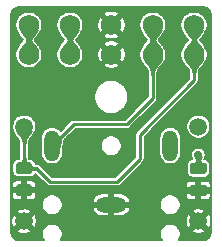
<source format=gbr>
G04 #@! TF.GenerationSoftware,KiCad,Pcbnew,(5.1.10-1-10_14)*
G04 #@! TF.CreationDate,2021-10-22T13:12:01-04:00*
G04 #@! TF.ProjectId,Extron Audio 3.5mm Adapter,45787472-6f6e-4204-9175-64696f20332e,1*
G04 #@! TF.SameCoordinates,Original*
G04 #@! TF.FileFunction,Copper,L1,Top*
G04 #@! TF.FilePolarity,Positive*
%FSLAX46Y46*%
G04 Gerber Fmt 4.6, Leading zero omitted, Abs format (unit mm)*
G04 Created by KiCad (PCBNEW (5.1.10-1-10_14)) date 2021-10-22 13:12:01*
%MOMM*%
%LPD*%
G01*
G04 APERTURE LIST*
G04 #@! TA.AperFunction,ComponentPad*
%ADD10O,2.616000X1.308000*%
G04 #@! TD*
G04 #@! TA.AperFunction,ComponentPad*
%ADD11O,1.308000X2.616000*%
G04 #@! TD*
G04 #@! TA.AperFunction,ComponentPad*
%ADD12C,1.750000*%
G04 #@! TD*
G04 #@! TA.AperFunction,ComponentPad*
%ADD13C,1.500000*%
G04 #@! TD*
G04 #@! TA.AperFunction,ViaPad*
%ADD14C,0.700000*%
G04 #@! TD*
G04 #@! TA.AperFunction,Conductor*
%ADD15C,0.250000*%
G04 #@! TD*
G04 #@! TA.AperFunction,Conductor*
%ADD16C,0.160000*%
G04 #@! TD*
G04 #@! TA.AperFunction,Conductor*
%ADD17C,0.152400*%
G04 #@! TD*
G04 #@! TA.AperFunction,Conductor*
%ADD18C,0.025400*%
G04 #@! TD*
G04 APERTURE END LIST*
D10*
X145460000Y-117400000D03*
D11*
X150460000Y-112400000D03*
X140460000Y-112400000D03*
D12*
X138460000Y-102190000D03*
X141960000Y-102190000D03*
X145460000Y-102190000D03*
X148960000Y-102190000D03*
X152460000Y-102190000D03*
X138460000Y-104690000D03*
X141960000Y-104690000D03*
X145460000Y-104690000D03*
X148960000Y-104690000D03*
X152460000Y-104690000D03*
G04 #@! TA.AperFunction,SMDPad,CuDef*
G36*
G01*
X152300000Y-113825000D02*
X153360000Y-113825000D01*
G75*
G02*
X153540000Y-114005000I0J-180000D01*
G01*
X153540000Y-114645000D01*
G75*
G02*
X153360000Y-114825000I-180000J0D01*
G01*
X152300000Y-114825000D01*
G75*
G02*
X152120000Y-114645000I0J180000D01*
G01*
X152120000Y-114005000D01*
G75*
G02*
X152300000Y-113825000I180000J0D01*
G01*
G37*
G04 #@! TD.AperFunction*
G04 #@! TA.AperFunction,SMDPad,CuDef*
G36*
G01*
X152300000Y-115695000D02*
X153360000Y-115695000D01*
G75*
G02*
X153540000Y-115875000I0J-180000D01*
G01*
X153540000Y-116515000D01*
G75*
G02*
X153360000Y-116695000I-180000J0D01*
G01*
X152300000Y-116695000D01*
G75*
G02*
X152120000Y-116515000I0J180000D01*
G01*
X152120000Y-115875000D01*
G75*
G02*
X152300000Y-115695000I180000J0D01*
G01*
G37*
G04 #@! TD.AperFunction*
G04 #@! TA.AperFunction,SMDPad,CuDef*
G36*
G01*
X137540000Y-113805000D02*
X138600000Y-113805000D01*
G75*
G02*
X138780000Y-113985000I0J-180000D01*
G01*
X138780000Y-114625000D01*
G75*
G02*
X138600000Y-114805000I-180000J0D01*
G01*
X137540000Y-114805000D01*
G75*
G02*
X137360000Y-114625000I0J180000D01*
G01*
X137360000Y-113985000D01*
G75*
G02*
X137540000Y-113805000I180000J0D01*
G01*
G37*
G04 #@! TD.AperFunction*
G04 #@! TA.AperFunction,SMDPad,CuDef*
G36*
G01*
X137540000Y-115675000D02*
X138600000Y-115675000D01*
G75*
G02*
X138780000Y-115855000I0J-180000D01*
G01*
X138780000Y-116495000D01*
G75*
G02*
X138600000Y-116675000I-180000J0D01*
G01*
X137540000Y-116675000D01*
G75*
G02*
X137360000Y-116495000I0J180000D01*
G01*
X137360000Y-115855000D01*
G75*
G02*
X137540000Y-115675000I180000J0D01*
G01*
G37*
G04 #@! TD.AperFunction*
D13*
X152830000Y-118790000D03*
X152830000Y-110790000D03*
X138080000Y-118800000D03*
X138080000Y-110800000D03*
D14*
X152830000Y-113180000D03*
D15*
X148960000Y-104690000D02*
X148960000Y-102240000D01*
X148960000Y-108370000D02*
X148960000Y-104670000D01*
X146750000Y-110580000D02*
X148960000Y-108370000D01*
X142280000Y-110580000D02*
X146750000Y-110580000D01*
X140460000Y-112400000D02*
X142280000Y-110580000D01*
X138460000Y-104690000D02*
X138460000Y-102240000D01*
X141960000Y-104690000D02*
X141960000Y-102210000D01*
X152830000Y-114325000D02*
X152830000Y-113180000D01*
X152460000Y-104690000D02*
X152460000Y-102160000D01*
X152460000Y-106880000D02*
X152460000Y-104710000D01*
X147880000Y-111460000D02*
X152460000Y-106880000D01*
X147880000Y-113510000D02*
X147880000Y-111460000D01*
X145930000Y-115460000D02*
X147880000Y-113510000D01*
X140280000Y-115460000D02*
X145930000Y-115460000D01*
X139125000Y-114305000D02*
X140280000Y-115460000D01*
X138070000Y-114305000D02*
X139125000Y-114305000D01*
X138080000Y-110800000D02*
X138080000Y-114300000D01*
D16*
X153337644Y-100674838D02*
X153470052Y-100714815D01*
X153592167Y-100779744D01*
X153699343Y-100867155D01*
X153787503Y-100973722D01*
X153853286Y-101095384D01*
X153894185Y-101227508D01*
X153910049Y-101378442D01*
X153910050Y-118781751D01*
X153907676Y-118662210D01*
X153862038Y-118454421D01*
X153797051Y-118297528D01*
X153648978Y-118211438D01*
X153070416Y-118790000D01*
X153648978Y-119368562D01*
X153797051Y-119282472D01*
X153874546Y-119084347D01*
X153910050Y-118885283D01*
X153910050Y-119675805D01*
X153895162Y-119827645D01*
X153855187Y-119960049D01*
X153790256Y-120082167D01*
X153702846Y-120189343D01*
X153596275Y-120277505D01*
X153474618Y-120343285D01*
X153342493Y-120384185D01*
X153191558Y-120400049D01*
X151172218Y-120400049D01*
X151230984Y-120312100D01*
X151296567Y-120153770D01*
X151330000Y-119985688D01*
X151330000Y-119814312D01*
X151296567Y-119646230D01*
X151281137Y-119608978D01*
X152251438Y-119608978D01*
X152337528Y-119757051D01*
X152535653Y-119834546D01*
X152745090Y-119871900D01*
X152957790Y-119867676D01*
X153165579Y-119822038D01*
X153322472Y-119757051D01*
X153408562Y-119608978D01*
X152830000Y-119030416D01*
X152251438Y-119608978D01*
X151281137Y-119608978D01*
X151230984Y-119487900D01*
X151135773Y-119345407D01*
X151014593Y-119224227D01*
X150872100Y-119129016D01*
X150713770Y-119063433D01*
X150545688Y-119030000D01*
X150374312Y-119030000D01*
X150206230Y-119063433D01*
X150047900Y-119129016D01*
X149905407Y-119224227D01*
X149784227Y-119345407D01*
X149689016Y-119487900D01*
X149623433Y-119646230D01*
X149590000Y-119814312D01*
X149590000Y-119985688D01*
X149623433Y-120153770D01*
X149689016Y-120312100D01*
X149747782Y-120400049D01*
X141172218Y-120400049D01*
X141230984Y-120312100D01*
X141296567Y-120153770D01*
X141330000Y-119985688D01*
X141330000Y-119814312D01*
X141296567Y-119646230D01*
X141230984Y-119487900D01*
X141135773Y-119345407D01*
X141014593Y-119224227D01*
X140872100Y-119129016D01*
X140713770Y-119063433D01*
X140545688Y-119030000D01*
X140374312Y-119030000D01*
X140206230Y-119063433D01*
X140047900Y-119129016D01*
X139905407Y-119224227D01*
X139784227Y-119345407D01*
X139689016Y-119487900D01*
X139623433Y-119646230D01*
X139590000Y-119814312D01*
X139590000Y-119985688D01*
X139623433Y-120153770D01*
X139689016Y-120312100D01*
X139747782Y-120400049D01*
X137694185Y-120400049D01*
X137542355Y-120385162D01*
X137409951Y-120345187D01*
X137287833Y-120280256D01*
X137180657Y-120192846D01*
X137092495Y-120086275D01*
X137026715Y-119964618D01*
X136985815Y-119832493D01*
X136969951Y-119681558D01*
X136969951Y-119618978D01*
X137501438Y-119618978D01*
X137587528Y-119767051D01*
X137785653Y-119844546D01*
X137995090Y-119881900D01*
X138207790Y-119877676D01*
X138415579Y-119832038D01*
X138572472Y-119767051D01*
X138658562Y-119618978D01*
X138080000Y-119040416D01*
X137501438Y-119618978D01*
X136969951Y-119618978D01*
X136969951Y-118715090D01*
X136998100Y-118715090D01*
X137002324Y-118927790D01*
X137047962Y-119135579D01*
X137112949Y-119292472D01*
X137261022Y-119378562D01*
X137839584Y-118800000D01*
X138320416Y-118800000D01*
X138898978Y-119378562D01*
X139047051Y-119292472D01*
X139124546Y-119094347D01*
X139161900Y-118884910D01*
X139158329Y-118705090D01*
X151748100Y-118705090D01*
X151752324Y-118917790D01*
X151797962Y-119125579D01*
X151862949Y-119282472D01*
X152011022Y-119368562D01*
X152589584Y-118790000D01*
X152011022Y-118211438D01*
X151862949Y-118297528D01*
X151785454Y-118495653D01*
X151748100Y-118705090D01*
X139158329Y-118705090D01*
X139157676Y-118672210D01*
X139112038Y-118464421D01*
X139047051Y-118307528D01*
X138898978Y-118221438D01*
X138320416Y-118800000D01*
X137839584Y-118800000D01*
X137261022Y-118221438D01*
X137112949Y-118307528D01*
X137035454Y-118505653D01*
X136998100Y-118715090D01*
X136969951Y-118715090D01*
X136969951Y-117981022D01*
X137501438Y-117981022D01*
X138080000Y-118559584D01*
X138658562Y-117981022D01*
X138572472Y-117832949D01*
X138374347Y-117755454D01*
X138164910Y-117718100D01*
X137952210Y-117722324D01*
X137744421Y-117767962D01*
X137587528Y-117832949D01*
X137501438Y-117981022D01*
X136969951Y-117981022D01*
X136969951Y-117314312D01*
X139590000Y-117314312D01*
X139590000Y-117485688D01*
X139623433Y-117653770D01*
X139689016Y-117812100D01*
X139784227Y-117954593D01*
X139905407Y-118075773D01*
X140047900Y-118170984D01*
X140206230Y-118236567D01*
X140374312Y-118270000D01*
X140545688Y-118270000D01*
X140713770Y-118236567D01*
X140872100Y-118170984D01*
X141014593Y-118075773D01*
X141135773Y-117954593D01*
X141230984Y-117812100D01*
X141269330Y-117719524D01*
X143875322Y-117719524D01*
X143893387Y-117805331D01*
X143989999Y-117975585D01*
X144117969Y-118123719D01*
X144272380Y-118244041D01*
X144447298Y-118331927D01*
X144636000Y-118384000D01*
X145290000Y-118384000D01*
X145290000Y-117570000D01*
X145630000Y-117570000D01*
X145630000Y-118384000D01*
X146284000Y-118384000D01*
X146472702Y-118331927D01*
X146647620Y-118244041D01*
X146802031Y-118123719D01*
X146930001Y-117975585D01*
X147026613Y-117805331D01*
X147044678Y-117719524D01*
X146999326Y-117570000D01*
X145630000Y-117570000D01*
X145290000Y-117570000D01*
X143920674Y-117570000D01*
X143875322Y-117719524D01*
X141269330Y-117719524D01*
X141296567Y-117653770D01*
X141330000Y-117485688D01*
X141330000Y-117314312D01*
X149590000Y-117314312D01*
X149590000Y-117485688D01*
X149623433Y-117653770D01*
X149689016Y-117812100D01*
X149784227Y-117954593D01*
X149905407Y-118075773D01*
X150047900Y-118170984D01*
X150206230Y-118236567D01*
X150374312Y-118270000D01*
X150545688Y-118270000D01*
X150713770Y-118236567D01*
X150872100Y-118170984D01*
X151014593Y-118075773D01*
X151119344Y-117971022D01*
X152251438Y-117971022D01*
X152830000Y-118549584D01*
X153408562Y-117971022D01*
X153322472Y-117822949D01*
X153124347Y-117745454D01*
X152914910Y-117708100D01*
X152702210Y-117712324D01*
X152494421Y-117757962D01*
X152337528Y-117822949D01*
X152251438Y-117971022D01*
X151119344Y-117971022D01*
X151135773Y-117954593D01*
X151230984Y-117812100D01*
X151296567Y-117653770D01*
X151330000Y-117485688D01*
X151330000Y-117314312D01*
X151296567Y-117146230D01*
X151230984Y-116987900D01*
X151135773Y-116845407D01*
X151014593Y-116724227D01*
X150970852Y-116695000D01*
X151788403Y-116695000D01*
X151794775Y-116759691D01*
X151813644Y-116821897D01*
X151844287Y-116879225D01*
X151885526Y-116929474D01*
X151935775Y-116970713D01*
X151993103Y-117001356D01*
X152055309Y-117020225D01*
X152120000Y-117026597D01*
X152577500Y-117025000D01*
X152660000Y-116942500D01*
X152660000Y-116365000D01*
X153000000Y-116365000D01*
X153000000Y-116942500D01*
X153082500Y-117025000D01*
X153540000Y-117026597D01*
X153604691Y-117020225D01*
X153666897Y-117001356D01*
X153724225Y-116970713D01*
X153774474Y-116929474D01*
X153815713Y-116879225D01*
X153846356Y-116821897D01*
X153865225Y-116759691D01*
X153871597Y-116695000D01*
X153870000Y-116447500D01*
X153787500Y-116365000D01*
X153000000Y-116365000D01*
X152660000Y-116365000D01*
X151872500Y-116365000D01*
X151790000Y-116447500D01*
X151788403Y-116695000D01*
X150970852Y-116695000D01*
X150872100Y-116629016D01*
X150713770Y-116563433D01*
X150545688Y-116530000D01*
X150374312Y-116530000D01*
X150206230Y-116563433D01*
X150047900Y-116629016D01*
X149905407Y-116724227D01*
X149784227Y-116845407D01*
X149689016Y-116987900D01*
X149623433Y-117146230D01*
X149590000Y-117314312D01*
X141330000Y-117314312D01*
X141296567Y-117146230D01*
X141269331Y-117080476D01*
X143875322Y-117080476D01*
X143920674Y-117230000D01*
X145290000Y-117230000D01*
X145290000Y-116416000D01*
X145630000Y-116416000D01*
X145630000Y-117230000D01*
X146999326Y-117230000D01*
X147044678Y-117080476D01*
X147026613Y-116994669D01*
X146930001Y-116824415D01*
X146802031Y-116676281D01*
X146647620Y-116555959D01*
X146472702Y-116468073D01*
X146284000Y-116416000D01*
X145630000Y-116416000D01*
X145290000Y-116416000D01*
X144636000Y-116416000D01*
X144447298Y-116468073D01*
X144272380Y-116555959D01*
X144117969Y-116676281D01*
X143989999Y-116824415D01*
X143893387Y-116994669D01*
X143875322Y-117080476D01*
X141269331Y-117080476D01*
X141230984Y-116987900D01*
X141135773Y-116845407D01*
X141014593Y-116724227D01*
X140872100Y-116629016D01*
X140713770Y-116563433D01*
X140545688Y-116530000D01*
X140374312Y-116530000D01*
X140206230Y-116563433D01*
X140047900Y-116629016D01*
X139905407Y-116724227D01*
X139784227Y-116845407D01*
X139689016Y-116987900D01*
X139623433Y-117146230D01*
X139590000Y-117314312D01*
X136969951Y-117314312D01*
X136969951Y-116675000D01*
X137028403Y-116675000D01*
X137034775Y-116739691D01*
X137053644Y-116801897D01*
X137084287Y-116859225D01*
X137125526Y-116909474D01*
X137175775Y-116950713D01*
X137233103Y-116981356D01*
X137295309Y-117000225D01*
X137360000Y-117006597D01*
X137817500Y-117005000D01*
X137900000Y-116922500D01*
X137900000Y-116345000D01*
X138240000Y-116345000D01*
X138240000Y-116922500D01*
X138322500Y-117005000D01*
X138780000Y-117006597D01*
X138844691Y-117000225D01*
X138906897Y-116981356D01*
X138964225Y-116950713D01*
X139014474Y-116909474D01*
X139055713Y-116859225D01*
X139086356Y-116801897D01*
X139105225Y-116739691D01*
X139111597Y-116675000D01*
X139110000Y-116427500D01*
X139027500Y-116345000D01*
X138240000Y-116345000D01*
X137900000Y-116345000D01*
X137112500Y-116345000D01*
X137030000Y-116427500D01*
X137028403Y-116675000D01*
X136969951Y-116675000D01*
X136969951Y-115675000D01*
X137028403Y-115675000D01*
X137030000Y-115922500D01*
X137112500Y-116005000D01*
X137900000Y-116005000D01*
X137900000Y-115427500D01*
X138240000Y-115427500D01*
X138240000Y-116005000D01*
X139027500Y-116005000D01*
X139110000Y-115922500D01*
X139111597Y-115675000D01*
X139105225Y-115610309D01*
X139086356Y-115548103D01*
X139055713Y-115490775D01*
X139014474Y-115440526D01*
X138964225Y-115399287D01*
X138906897Y-115368644D01*
X138844691Y-115349775D01*
X138780000Y-115343403D01*
X138322500Y-115345000D01*
X138240000Y-115427500D01*
X137900000Y-115427500D01*
X137817500Y-115345000D01*
X137360000Y-115343403D01*
X137295309Y-115349775D01*
X137233103Y-115368644D01*
X137175775Y-115399287D01*
X137125526Y-115440526D01*
X137084287Y-115490775D01*
X137053644Y-115548103D01*
X137034775Y-115610309D01*
X137028403Y-115675000D01*
X136969951Y-115675000D01*
X136969951Y-110699539D01*
X137060000Y-110699539D01*
X137060000Y-110900461D01*
X137099198Y-111097523D01*
X137176088Y-111283151D01*
X137210483Y-111334626D01*
X137243000Y-111394604D01*
X137255136Y-111414829D01*
X137331729Y-111530674D01*
X137342052Y-111545218D01*
X137417717Y-111644698D01*
X137422528Y-111650838D01*
X137493331Y-111738547D01*
X137552591Y-111815228D01*
X137597749Y-111883903D01*
X137632011Y-111953250D01*
X137658663Y-112035684D01*
X137677409Y-112144602D01*
X137685000Y-112296750D01*
X137685001Y-113304307D01*
X137681003Y-113399277D01*
X137671568Y-113464406D01*
X137658765Y-113511458D01*
X137649491Y-113533694D01*
X137540000Y-113533694D01*
X137451955Y-113542366D01*
X137367293Y-113568048D01*
X137289268Y-113609753D01*
X137220878Y-113665878D01*
X137164753Y-113734268D01*
X137123048Y-113812293D01*
X137097366Y-113896955D01*
X137088694Y-113985000D01*
X137088694Y-114625000D01*
X137097366Y-114713045D01*
X137123048Y-114797707D01*
X137164753Y-114875732D01*
X137220878Y-114944122D01*
X137289268Y-115000247D01*
X137367293Y-115041952D01*
X137451955Y-115067634D01*
X137540000Y-115076306D01*
X138600000Y-115076306D01*
X138688045Y-115067634D01*
X138772707Y-115041952D01*
X138850732Y-115000247D01*
X138919122Y-114944122D01*
X138975247Y-114875732D01*
X139016952Y-114797707D01*
X139026760Y-114765373D01*
X139986975Y-115725589D01*
X139999342Y-115740658D01*
X140059488Y-115790019D01*
X140104206Y-115813921D01*
X140128108Y-115826698D01*
X140202567Y-115849284D01*
X140260599Y-115855000D01*
X140260606Y-115855000D01*
X140280000Y-115856910D01*
X140299394Y-115855000D01*
X145910606Y-115855000D01*
X145930000Y-115856910D01*
X145949394Y-115855000D01*
X145949401Y-115855000D01*
X146007433Y-115849284D01*
X146081891Y-115826698D01*
X146150512Y-115790019D01*
X146210658Y-115740658D01*
X146223029Y-115725584D01*
X146253613Y-115695000D01*
X151788403Y-115695000D01*
X151790000Y-115942500D01*
X151872500Y-116025000D01*
X152660000Y-116025000D01*
X152660000Y-115447500D01*
X153000000Y-115447500D01*
X153000000Y-116025000D01*
X153787500Y-116025000D01*
X153870000Y-115942500D01*
X153871597Y-115695000D01*
X153865225Y-115630309D01*
X153846356Y-115568103D01*
X153815713Y-115510775D01*
X153774474Y-115460526D01*
X153724225Y-115419287D01*
X153666897Y-115388644D01*
X153604691Y-115369775D01*
X153540000Y-115363403D01*
X153082500Y-115365000D01*
X153000000Y-115447500D01*
X152660000Y-115447500D01*
X152577500Y-115365000D01*
X152120000Y-115363403D01*
X152055309Y-115369775D01*
X151993103Y-115388644D01*
X151935775Y-115419287D01*
X151885526Y-115460526D01*
X151844287Y-115510775D01*
X151813644Y-115568103D01*
X151794775Y-115630309D01*
X151788403Y-115695000D01*
X146253613Y-115695000D01*
X147943613Y-114005000D01*
X151848694Y-114005000D01*
X151848694Y-114645000D01*
X151857366Y-114733045D01*
X151883048Y-114817707D01*
X151924753Y-114895732D01*
X151980878Y-114964122D01*
X152049268Y-115020247D01*
X152127293Y-115061952D01*
X152211955Y-115087634D01*
X152300000Y-115096306D01*
X153360000Y-115096306D01*
X153448045Y-115087634D01*
X153532707Y-115061952D01*
X153610732Y-115020247D01*
X153679122Y-114964122D01*
X153735247Y-114895732D01*
X153776952Y-114817707D01*
X153802634Y-114733045D01*
X153811306Y-114645000D01*
X153811306Y-114005000D01*
X153802634Y-113916955D01*
X153776952Y-113832293D01*
X153735247Y-113754268D01*
X153679122Y-113685878D01*
X153610732Y-113629753D01*
X153532707Y-113588048D01*
X153448045Y-113562366D01*
X153360000Y-113553694D01*
X153333250Y-113553694D01*
X153349242Y-113525398D01*
X153354355Y-113515915D01*
X153364788Y-113495604D01*
X153379437Y-113473680D01*
X153426174Y-113360847D01*
X153450000Y-113241065D01*
X153450000Y-113118935D01*
X153426174Y-112999153D01*
X153379437Y-112886320D01*
X153311586Y-112784773D01*
X153225227Y-112698414D01*
X153123680Y-112630563D01*
X153010847Y-112583826D01*
X152891065Y-112560000D01*
X152768935Y-112560000D01*
X152649153Y-112583826D01*
X152536320Y-112630563D01*
X152434773Y-112698414D01*
X152348414Y-112784773D01*
X152280563Y-112886320D01*
X152233826Y-112999153D01*
X152210000Y-113118935D01*
X152210000Y-113241065D01*
X152233826Y-113360847D01*
X152280563Y-113473680D01*
X152295212Y-113495603D01*
X152305643Y-113515912D01*
X152310757Y-113525398D01*
X152326749Y-113553694D01*
X152300000Y-113553694D01*
X152211955Y-113562366D01*
X152127293Y-113588048D01*
X152049268Y-113629753D01*
X151980878Y-113685878D01*
X151924753Y-113754268D01*
X151883048Y-113832293D01*
X151857366Y-113916955D01*
X151848694Y-114005000D01*
X147943613Y-114005000D01*
X148145591Y-113803023D01*
X148160658Y-113790658D01*
X148210019Y-113730512D01*
X148246698Y-113661891D01*
X148269284Y-113587433D01*
X148275000Y-113529401D01*
X148275000Y-113529392D01*
X148276910Y-113510001D01*
X148275000Y-113490610D01*
X148275000Y-111700615D01*
X149536000Y-111700615D01*
X149536001Y-113099386D01*
X149549371Y-113235136D01*
X149602207Y-113409310D01*
X149688006Y-113569830D01*
X149803474Y-113710527D01*
X149944171Y-113825995D01*
X150104691Y-113911794D01*
X150278865Y-113964630D01*
X150460000Y-113982470D01*
X150641136Y-113964630D01*
X150815310Y-113911794D01*
X150975830Y-113825995D01*
X151116527Y-113710527D01*
X151231995Y-113569830D01*
X151317794Y-113409310D01*
X151370630Y-113235136D01*
X151384000Y-113099386D01*
X151384000Y-111700614D01*
X151370630Y-111564864D01*
X151317794Y-111390690D01*
X151231995Y-111230170D01*
X151116527Y-111089473D01*
X150975829Y-110974005D01*
X150815309Y-110888206D01*
X150641135Y-110835370D01*
X150460000Y-110817530D01*
X150278864Y-110835370D01*
X150104690Y-110888206D01*
X149944170Y-110974005D01*
X149803473Y-111089473D01*
X149688005Y-111230171D01*
X149602206Y-111390691D01*
X149549370Y-111564865D01*
X149536000Y-111700615D01*
X148275000Y-111700615D01*
X148275000Y-111623613D01*
X149209074Y-110689539D01*
X151810000Y-110689539D01*
X151810000Y-110890461D01*
X151849198Y-111087523D01*
X151926088Y-111273151D01*
X152037715Y-111440212D01*
X152179788Y-111582285D01*
X152346849Y-111693912D01*
X152532477Y-111770802D01*
X152729539Y-111810000D01*
X152930461Y-111810000D01*
X153127523Y-111770802D01*
X153313151Y-111693912D01*
X153480212Y-111582285D01*
X153622285Y-111440212D01*
X153733912Y-111273151D01*
X153810802Y-111087523D01*
X153850000Y-110890461D01*
X153850000Y-110689539D01*
X153810802Y-110492477D01*
X153733912Y-110306849D01*
X153622285Y-110139788D01*
X153480212Y-109997715D01*
X153313151Y-109886088D01*
X153127523Y-109809198D01*
X152930461Y-109770000D01*
X152729539Y-109770000D01*
X152532477Y-109809198D01*
X152346849Y-109886088D01*
X152179788Y-109997715D01*
X152037715Y-110139788D01*
X151926088Y-110306849D01*
X151849198Y-110492477D01*
X151810000Y-110689539D01*
X149209074Y-110689539D01*
X152725591Y-107173023D01*
X152740658Y-107160658D01*
X152790019Y-107100512D01*
X152826698Y-107031891D01*
X152849284Y-106957433D01*
X152855000Y-106899401D01*
X152855000Y-106899395D01*
X152856910Y-106880001D01*
X152855000Y-106860607D01*
X152855000Y-106451919D01*
X152864412Y-106268154D01*
X152888142Y-106134039D01*
X152922413Y-106031046D01*
X152966652Y-105944118D01*
X153023975Y-105859453D01*
X153097268Y-105767154D01*
X153183081Y-105663280D01*
X153188438Y-105656582D01*
X153279373Y-105539099D01*
X153290329Y-105523879D01*
X153382075Y-105386626D01*
X153394760Y-105365646D01*
X153434856Y-105291970D01*
X153474686Y-105232361D01*
X153560998Y-105023984D01*
X153605000Y-104802773D01*
X153605000Y-104577227D01*
X153560998Y-104356016D01*
X153474686Y-104147639D01*
X153434444Y-104087414D01*
X153395099Y-104015228D01*
X153382197Y-103993952D01*
X153290694Y-103857653D01*
X153279505Y-103842196D01*
X153188669Y-103725618D01*
X153183121Y-103718734D01*
X153097271Y-103615699D01*
X153023839Y-103524136D01*
X152966508Y-103440356D01*
X152962574Y-103432708D01*
X152965997Y-103426270D01*
X153023351Y-103345124D01*
X153097110Y-103255885D01*
X153183166Y-103155264D01*
X153189303Y-103147823D01*
X153279844Y-103033964D01*
X153291761Y-103017775D01*
X153382532Y-102884335D01*
X153396099Y-102862168D01*
X153433124Y-102794563D01*
X153474686Y-102732361D01*
X153560998Y-102523984D01*
X153605000Y-102302773D01*
X153605000Y-102077227D01*
X153560998Y-101856016D01*
X153474686Y-101647639D01*
X153349379Y-101460105D01*
X153189895Y-101300621D01*
X153002361Y-101175314D01*
X152793984Y-101089002D01*
X152572773Y-101045000D01*
X152347227Y-101045000D01*
X152126016Y-101089002D01*
X151917639Y-101175314D01*
X151730105Y-101300621D01*
X151570621Y-101460105D01*
X151445314Y-101647639D01*
X151359002Y-101856016D01*
X151315000Y-102077227D01*
X151315000Y-102302773D01*
X151359002Y-102523984D01*
X151445314Y-102732361D01*
X151486876Y-102794563D01*
X151523900Y-102862167D01*
X151537467Y-102884335D01*
X151628238Y-103017775D01*
X151640155Y-103033964D01*
X151730696Y-103147823D01*
X151736833Y-103155264D01*
X151822889Y-103255885D01*
X151896648Y-103345124D01*
X151954002Y-103426270D01*
X151957425Y-103432708D01*
X151953491Y-103440356D01*
X151896160Y-103524136D01*
X151822728Y-103615699D01*
X151736878Y-103718734D01*
X151731330Y-103725618D01*
X151640494Y-103842196D01*
X151629305Y-103857653D01*
X151537802Y-103993952D01*
X151524899Y-104015229D01*
X151485550Y-104087422D01*
X151445314Y-104147639D01*
X151359002Y-104356016D01*
X151315000Y-104577227D01*
X151315000Y-104802773D01*
X151359002Y-105023984D01*
X151445314Y-105232361D01*
X151485138Y-105291962D01*
X151525238Y-105365645D01*
X151537924Y-105386626D01*
X151629670Y-105523879D01*
X151640626Y-105539099D01*
X151731561Y-105656582D01*
X151736918Y-105663280D01*
X151822731Y-105767154D01*
X151896024Y-105859453D01*
X151953347Y-105944118D01*
X151997586Y-106031046D01*
X152031857Y-106134039D01*
X152055588Y-106268162D01*
X152065000Y-106451905D01*
X152065000Y-106716386D01*
X147614412Y-111166975D01*
X147599343Y-111179342D01*
X147549982Y-111239488D01*
X147513303Y-111308109D01*
X147490716Y-111382567D01*
X147483090Y-111460000D01*
X147485001Y-111479404D01*
X147485000Y-113346386D01*
X145766387Y-115065000D01*
X140443614Y-115065000D01*
X139418029Y-114039416D01*
X139405658Y-114024342D01*
X139345512Y-113974981D01*
X139276891Y-113938302D01*
X139202433Y-113915716D01*
X139144401Y-113910000D01*
X139144394Y-113910000D01*
X139125000Y-113908090D01*
X139105606Y-113910000D01*
X139065695Y-113910000D01*
X139043828Y-113909079D01*
X139042634Y-113896955D01*
X139016952Y-113812293D01*
X138975247Y-113734268D01*
X138919122Y-113665878D01*
X138850732Y-113609753D01*
X138772707Y-113568048D01*
X138688045Y-113542366D01*
X138600000Y-113533694D01*
X138507805Y-113533694D01*
X138501657Y-113518441D01*
X138488560Y-113468953D01*
X138479010Y-113401531D01*
X138475000Y-113304429D01*
X138475000Y-112296738D01*
X138482590Y-112144602D01*
X138501336Y-112035684D01*
X138527988Y-111953250D01*
X138562250Y-111883903D01*
X138607408Y-111815228D01*
X138666668Y-111738547D01*
X138697288Y-111700615D01*
X139536000Y-111700615D01*
X139536001Y-113099386D01*
X139549371Y-113235136D01*
X139602207Y-113409310D01*
X139688006Y-113569830D01*
X139803474Y-113710527D01*
X139944171Y-113825995D01*
X140104691Y-113911794D01*
X140278865Y-113964630D01*
X140460000Y-113982470D01*
X140641136Y-113964630D01*
X140815310Y-113911794D01*
X140975830Y-113825995D01*
X141116527Y-113710527D01*
X141231995Y-113569830D01*
X141317794Y-113409310D01*
X141370630Y-113235136D01*
X141384000Y-113099386D01*
X141384000Y-112526929D01*
X141406438Y-112422267D01*
X141409341Y-112406443D01*
X141423415Y-112314312D01*
X144590000Y-112314312D01*
X144590000Y-112485688D01*
X144623433Y-112653770D01*
X144689016Y-112812100D01*
X144784227Y-112954593D01*
X144905407Y-113075773D01*
X145047900Y-113170984D01*
X145206230Y-113236567D01*
X145374312Y-113270000D01*
X145545688Y-113270000D01*
X145713770Y-113236567D01*
X145872100Y-113170984D01*
X146014593Y-113075773D01*
X146135773Y-112954593D01*
X146230984Y-112812100D01*
X146296567Y-112653770D01*
X146330000Y-112485688D01*
X146330000Y-112314312D01*
X146296567Y-112146230D01*
X146230984Y-111987900D01*
X146135773Y-111845407D01*
X146014593Y-111724227D01*
X145872100Y-111629016D01*
X145713770Y-111563433D01*
X145545688Y-111530000D01*
X145374312Y-111530000D01*
X145206230Y-111563433D01*
X145047900Y-111629016D01*
X144905407Y-111724227D01*
X144784227Y-111845407D01*
X144689016Y-111987900D01*
X144623433Y-112146230D01*
X144590000Y-112314312D01*
X141423415Y-112314312D01*
X141425689Y-112299430D01*
X141426575Y-112293128D01*
X141438919Y-112197239D01*
X141451350Y-112116431D01*
X141466860Y-112050023D01*
X141488758Y-111989870D01*
X141522850Y-111925823D01*
X141577719Y-111849634D01*
X141665894Y-111752719D01*
X142443614Y-110975000D01*
X146730606Y-110975000D01*
X146750000Y-110976910D01*
X146769394Y-110975000D01*
X146769401Y-110975000D01*
X146827433Y-110969284D01*
X146901891Y-110946698D01*
X146970512Y-110910019D01*
X147030658Y-110860658D01*
X147043029Y-110845584D01*
X149225591Y-108663023D01*
X149240658Y-108650658D01*
X149290019Y-108590512D01*
X149326698Y-108521891D01*
X149349284Y-108447433D01*
X149355000Y-108389401D01*
X149355000Y-108389394D01*
X149356910Y-108370000D01*
X149355000Y-108350606D01*
X149355000Y-106422126D01*
X149364473Y-106242969D01*
X149388158Y-106113354D01*
X149422193Y-106014366D01*
X149466182Y-105930718D01*
X149523528Y-105848699D01*
X149597194Y-105758664D01*
X149683164Y-105657256D01*
X149689101Y-105650002D01*
X149779740Y-105535237D01*
X149791411Y-105519293D01*
X149882426Y-105384900D01*
X149895767Y-105363033D01*
X149933573Y-105293891D01*
X149974686Y-105232361D01*
X150060998Y-105023984D01*
X150105000Y-104802773D01*
X150105000Y-104577227D01*
X150060998Y-104356016D01*
X149974686Y-104147639D01*
X149934444Y-104087414D01*
X149895099Y-104015228D01*
X149882197Y-103993952D01*
X149790694Y-103857653D01*
X149779505Y-103842196D01*
X149688669Y-103725618D01*
X149683121Y-103718734D01*
X149597271Y-103615699D01*
X149523839Y-103524136D01*
X149467861Y-103442333D01*
X149523975Y-103359453D01*
X149597268Y-103267154D01*
X149683081Y-103163280D01*
X149688438Y-103156582D01*
X149779373Y-103039099D01*
X149790329Y-103023879D01*
X149882075Y-102886626D01*
X149894760Y-102865646D01*
X149934856Y-102791970D01*
X149974686Y-102732361D01*
X150060998Y-102523984D01*
X150105000Y-102302773D01*
X150105000Y-102077227D01*
X150060998Y-101856016D01*
X149974686Y-101647639D01*
X149849379Y-101460105D01*
X149689895Y-101300621D01*
X149502361Y-101175314D01*
X149293984Y-101089002D01*
X149072773Y-101045000D01*
X148847227Y-101045000D01*
X148626016Y-101089002D01*
X148417639Y-101175314D01*
X148230105Y-101300621D01*
X148070621Y-101460105D01*
X147945314Y-101647639D01*
X147859002Y-101856016D01*
X147815000Y-102077227D01*
X147815000Y-102302773D01*
X147859002Y-102523984D01*
X147945314Y-102732361D01*
X147985138Y-102791962D01*
X148025238Y-102865645D01*
X148037924Y-102886626D01*
X148129670Y-103023879D01*
X148140626Y-103039099D01*
X148231561Y-103156582D01*
X148236918Y-103163280D01*
X148322731Y-103267154D01*
X148396024Y-103359453D01*
X148452138Y-103442333D01*
X148396160Y-103524136D01*
X148322728Y-103615699D01*
X148236878Y-103718734D01*
X148231330Y-103725618D01*
X148140494Y-103842196D01*
X148129305Y-103857653D01*
X148037802Y-103993952D01*
X148024899Y-104015229D01*
X147985550Y-104087422D01*
X147945314Y-104147639D01*
X147859002Y-104356016D01*
X147815000Y-104577227D01*
X147815000Y-104802773D01*
X147859002Y-105023984D01*
X147945314Y-105232361D01*
X147986422Y-105293882D01*
X148024231Y-105363032D01*
X148037573Y-105384900D01*
X148128588Y-105519293D01*
X148140259Y-105535237D01*
X148230898Y-105650002D01*
X148236835Y-105657256D01*
X148322805Y-105758664D01*
X148396471Y-105848699D01*
X148453817Y-105930718D01*
X148497806Y-106014366D01*
X148531841Y-106113354D01*
X148555526Y-106242969D01*
X148565001Y-106422139D01*
X148565000Y-108206386D01*
X146586387Y-110185000D01*
X142299394Y-110185000D01*
X142280000Y-110183090D01*
X142260606Y-110185000D01*
X142260599Y-110185000D01*
X142202567Y-110190716D01*
X142128108Y-110213302D01*
X142104206Y-110226079D01*
X142059488Y-110249981D01*
X141999342Y-110299342D01*
X141986975Y-110314411D01*
X141159523Y-111141863D01*
X141116527Y-111089473D01*
X140975829Y-110974005D01*
X140815309Y-110888206D01*
X140641135Y-110835370D01*
X140460000Y-110817530D01*
X140278864Y-110835370D01*
X140104690Y-110888206D01*
X139944170Y-110974005D01*
X139803473Y-111089473D01*
X139688005Y-111230171D01*
X139602206Y-111390691D01*
X139549370Y-111564865D01*
X139536000Y-111700615D01*
X138697288Y-111700615D01*
X138737471Y-111650838D01*
X138742282Y-111644698D01*
X138817947Y-111545218D01*
X138828270Y-111530674D01*
X138904863Y-111414829D01*
X138916999Y-111394605D01*
X138949517Y-111334627D01*
X138983912Y-111283151D01*
X139060802Y-111097523D01*
X139100000Y-110900461D01*
X139100000Y-110699539D01*
X139060802Y-110502477D01*
X138983912Y-110316849D01*
X138872285Y-110149788D01*
X138730212Y-110007715D01*
X138563151Y-109896088D01*
X138377523Y-109819198D01*
X138180461Y-109780000D01*
X137979539Y-109780000D01*
X137782477Y-109819198D01*
X137596849Y-109896088D01*
X137429788Y-110007715D01*
X137287715Y-110149788D01*
X137176088Y-110316849D01*
X137099198Y-110502477D01*
X137060000Y-110699539D01*
X136969951Y-110699539D01*
X136969951Y-108135949D01*
X143987422Y-108135949D01*
X143987422Y-108424051D01*
X144043628Y-108706618D01*
X144153880Y-108972791D01*
X144313941Y-109212339D01*
X144517661Y-109416059D01*
X144757209Y-109576120D01*
X145023382Y-109686372D01*
X145305949Y-109742578D01*
X145594051Y-109742578D01*
X145876618Y-109686372D01*
X146142791Y-109576120D01*
X146382339Y-109416059D01*
X146586059Y-109212339D01*
X146746120Y-108972791D01*
X146856372Y-108706618D01*
X146912578Y-108424051D01*
X146912578Y-108135949D01*
X146856372Y-107853382D01*
X146746120Y-107587209D01*
X146586059Y-107347661D01*
X146382339Y-107143941D01*
X146142791Y-106983880D01*
X145876618Y-106873628D01*
X145594051Y-106817422D01*
X145305949Y-106817422D01*
X145023382Y-106873628D01*
X144757209Y-106983880D01*
X144517661Y-107143941D01*
X144313941Y-107347661D01*
X144153880Y-107587209D01*
X144043628Y-107853382D01*
X143987422Y-108135949D01*
X136969951Y-108135949D01*
X136969951Y-102077227D01*
X137315000Y-102077227D01*
X137315000Y-102302773D01*
X137359002Y-102523984D01*
X137445314Y-102732361D01*
X137485138Y-102791962D01*
X137525238Y-102865645D01*
X137537924Y-102886626D01*
X137629670Y-103023879D01*
X137640626Y-103039099D01*
X137731561Y-103156582D01*
X137736918Y-103163280D01*
X137822731Y-103267154D01*
X137896024Y-103359453D01*
X137952138Y-103442333D01*
X137896160Y-103524136D01*
X137822728Y-103615699D01*
X137736878Y-103718734D01*
X137731330Y-103725618D01*
X137640494Y-103842196D01*
X137629305Y-103857653D01*
X137537802Y-103993952D01*
X137524899Y-104015229D01*
X137485550Y-104087422D01*
X137445314Y-104147639D01*
X137359002Y-104356016D01*
X137315000Y-104577227D01*
X137315000Y-104802773D01*
X137359002Y-105023984D01*
X137445314Y-105232361D01*
X137570621Y-105419895D01*
X137730105Y-105579379D01*
X137917639Y-105704686D01*
X138126016Y-105790998D01*
X138347227Y-105835000D01*
X138572773Y-105835000D01*
X138793984Y-105790998D01*
X139002361Y-105704686D01*
X139189895Y-105579379D01*
X139349379Y-105419895D01*
X139474686Y-105232361D01*
X139560998Y-105023984D01*
X139605000Y-104802773D01*
X139605000Y-104577227D01*
X139560998Y-104356016D01*
X139474686Y-104147639D01*
X139434444Y-104087414D01*
X139395099Y-104015228D01*
X139382197Y-103993952D01*
X139290694Y-103857653D01*
X139279505Y-103842196D01*
X139188669Y-103725618D01*
X139183121Y-103718734D01*
X139097271Y-103615699D01*
X139023839Y-103524136D01*
X138967861Y-103442333D01*
X139023975Y-103359453D01*
X139097268Y-103267154D01*
X139183081Y-103163280D01*
X139188438Y-103156582D01*
X139279373Y-103039099D01*
X139290329Y-103023879D01*
X139382075Y-102886626D01*
X139394760Y-102865646D01*
X139434856Y-102791970D01*
X139474686Y-102732361D01*
X139560998Y-102523984D01*
X139605000Y-102302773D01*
X139605000Y-102077227D01*
X140815000Y-102077227D01*
X140815000Y-102302773D01*
X140859002Y-102523984D01*
X140945314Y-102732361D01*
X140985138Y-102791962D01*
X141025238Y-102865645D01*
X141037924Y-102886626D01*
X141129670Y-103023879D01*
X141140626Y-103039099D01*
X141231561Y-103156582D01*
X141236918Y-103163280D01*
X141322731Y-103267154D01*
X141396024Y-103359453D01*
X141452138Y-103442333D01*
X141396160Y-103524136D01*
X141322728Y-103615699D01*
X141236878Y-103718734D01*
X141231330Y-103725618D01*
X141140494Y-103842196D01*
X141129305Y-103857653D01*
X141037802Y-103993952D01*
X141024899Y-104015229D01*
X140985550Y-104087422D01*
X140945314Y-104147639D01*
X140859002Y-104356016D01*
X140815000Y-104577227D01*
X140815000Y-104802773D01*
X140859002Y-105023984D01*
X140945314Y-105232361D01*
X141070621Y-105419895D01*
X141230105Y-105579379D01*
X141417639Y-105704686D01*
X141626016Y-105790998D01*
X141847227Y-105835000D01*
X142072773Y-105835000D01*
X142293984Y-105790998D01*
X142502361Y-105704686D01*
X142660605Y-105598950D01*
X144791466Y-105598950D01*
X144892874Y-105759802D01*
X145112480Y-105849887D01*
X145345440Y-105895398D01*
X145582803Y-105894586D01*
X145815447Y-105847483D01*
X146027126Y-105759802D01*
X146128534Y-105598950D01*
X145460000Y-104930416D01*
X144791466Y-105598950D01*
X142660605Y-105598950D01*
X142689895Y-105579379D01*
X142849379Y-105419895D01*
X142974686Y-105232361D01*
X143060998Y-105023984D01*
X143105000Y-104802773D01*
X143105000Y-104577227D01*
X143104645Y-104575440D01*
X144254602Y-104575440D01*
X144255414Y-104812803D01*
X144302517Y-105045447D01*
X144390198Y-105257126D01*
X144551050Y-105358534D01*
X145219584Y-104690000D01*
X145700416Y-104690000D01*
X146368950Y-105358534D01*
X146529802Y-105257126D01*
X146619887Y-105037520D01*
X146665398Y-104804560D01*
X146664586Y-104567197D01*
X146617483Y-104334553D01*
X146529802Y-104122874D01*
X146368950Y-104021466D01*
X145700416Y-104690000D01*
X145219584Y-104690000D01*
X144551050Y-104021466D01*
X144390198Y-104122874D01*
X144300113Y-104342480D01*
X144254602Y-104575440D01*
X143104645Y-104575440D01*
X143060998Y-104356016D01*
X142974686Y-104147639D01*
X142934444Y-104087414D01*
X142895099Y-104015228D01*
X142882197Y-103993952D01*
X142790694Y-103857653D01*
X142779505Y-103842196D01*
X142731861Y-103781050D01*
X144791466Y-103781050D01*
X145460000Y-104449584D01*
X146128534Y-103781050D01*
X146027126Y-103620198D01*
X145807520Y-103530113D01*
X145574560Y-103484602D01*
X145337197Y-103485414D01*
X145104553Y-103532517D01*
X144892874Y-103620198D01*
X144791466Y-103781050D01*
X142731861Y-103781050D01*
X142688669Y-103725618D01*
X142683121Y-103718734D01*
X142597271Y-103615699D01*
X142523839Y-103524136D01*
X142467861Y-103442333D01*
X142523975Y-103359453D01*
X142597268Y-103267154D01*
X142683081Y-103163280D01*
X142688438Y-103156582D01*
X142733046Y-103098950D01*
X144791466Y-103098950D01*
X144892874Y-103259802D01*
X145112480Y-103349887D01*
X145345440Y-103395398D01*
X145582803Y-103394586D01*
X145815447Y-103347483D01*
X146027126Y-103259802D01*
X146128534Y-103098950D01*
X145460000Y-102430416D01*
X144791466Y-103098950D01*
X142733046Y-103098950D01*
X142779373Y-103039099D01*
X142790329Y-103023879D01*
X142882075Y-102886626D01*
X142894760Y-102865646D01*
X142934856Y-102791970D01*
X142974686Y-102732361D01*
X143060998Y-102523984D01*
X143105000Y-102302773D01*
X143105000Y-102077227D01*
X143104645Y-102075440D01*
X144254602Y-102075440D01*
X144255414Y-102312803D01*
X144302517Y-102545447D01*
X144390198Y-102757126D01*
X144551050Y-102858534D01*
X145219584Y-102190000D01*
X145700416Y-102190000D01*
X146368950Y-102858534D01*
X146529802Y-102757126D01*
X146619887Y-102537520D01*
X146665398Y-102304560D01*
X146664586Y-102067197D01*
X146617483Y-101834553D01*
X146529802Y-101622874D01*
X146368950Y-101521466D01*
X145700416Y-102190000D01*
X145219584Y-102190000D01*
X144551050Y-101521466D01*
X144390198Y-101622874D01*
X144300113Y-101842480D01*
X144254602Y-102075440D01*
X143104645Y-102075440D01*
X143060998Y-101856016D01*
X142974686Y-101647639D01*
X142849379Y-101460105D01*
X142689895Y-101300621D01*
X142660606Y-101281050D01*
X144791466Y-101281050D01*
X145460000Y-101949584D01*
X146128534Y-101281050D01*
X146027126Y-101120198D01*
X145807520Y-101030113D01*
X145574560Y-100984602D01*
X145337197Y-100985414D01*
X145104553Y-101032517D01*
X144892874Y-101120198D01*
X144791466Y-101281050D01*
X142660606Y-101281050D01*
X142502361Y-101175314D01*
X142293984Y-101089002D01*
X142072773Y-101045000D01*
X141847227Y-101045000D01*
X141626016Y-101089002D01*
X141417639Y-101175314D01*
X141230105Y-101300621D01*
X141070621Y-101460105D01*
X140945314Y-101647639D01*
X140859002Y-101856016D01*
X140815000Y-102077227D01*
X139605000Y-102077227D01*
X139560998Y-101856016D01*
X139474686Y-101647639D01*
X139349379Y-101460105D01*
X139189895Y-101300621D01*
X139002361Y-101175314D01*
X138793984Y-101089002D01*
X138572773Y-101045000D01*
X138347227Y-101045000D01*
X138126016Y-101089002D01*
X137917639Y-101175314D01*
X137730105Y-101300621D01*
X137570621Y-101460105D01*
X137445314Y-101647639D01*
X137359002Y-101856016D01*
X137315000Y-102077227D01*
X136969951Y-102077227D01*
X136969951Y-101384184D01*
X136984838Y-101232356D01*
X137024815Y-101099948D01*
X137089744Y-100977833D01*
X137177155Y-100870657D01*
X137283722Y-100782497D01*
X137405384Y-100716714D01*
X137537508Y-100675815D01*
X137688442Y-100659951D01*
X153185816Y-100659951D01*
X153337644Y-100674838D01*
G04 #@! TA.AperFunction,Conductor*
D17*
G36*
X153337644Y-100674838D02*
G01*
X153470052Y-100714815D01*
X153592167Y-100779744D01*
X153699343Y-100867155D01*
X153787503Y-100973722D01*
X153853286Y-101095384D01*
X153894185Y-101227508D01*
X153910049Y-101378442D01*
X153910050Y-118781751D01*
X153907676Y-118662210D01*
X153862038Y-118454421D01*
X153797051Y-118297528D01*
X153648978Y-118211438D01*
X153070416Y-118790000D01*
X153648978Y-119368562D01*
X153797051Y-119282472D01*
X153874546Y-119084347D01*
X153910050Y-118885283D01*
X153910050Y-119675805D01*
X153895162Y-119827645D01*
X153855187Y-119960049D01*
X153790256Y-120082167D01*
X153702846Y-120189343D01*
X153596275Y-120277505D01*
X153474618Y-120343285D01*
X153342493Y-120384185D01*
X153191558Y-120400049D01*
X151172218Y-120400049D01*
X151230984Y-120312100D01*
X151296567Y-120153770D01*
X151330000Y-119985688D01*
X151330000Y-119814312D01*
X151296567Y-119646230D01*
X151281137Y-119608978D01*
X152251438Y-119608978D01*
X152337528Y-119757051D01*
X152535653Y-119834546D01*
X152745090Y-119871900D01*
X152957790Y-119867676D01*
X153165579Y-119822038D01*
X153322472Y-119757051D01*
X153408562Y-119608978D01*
X152830000Y-119030416D01*
X152251438Y-119608978D01*
X151281137Y-119608978D01*
X151230984Y-119487900D01*
X151135773Y-119345407D01*
X151014593Y-119224227D01*
X150872100Y-119129016D01*
X150713770Y-119063433D01*
X150545688Y-119030000D01*
X150374312Y-119030000D01*
X150206230Y-119063433D01*
X150047900Y-119129016D01*
X149905407Y-119224227D01*
X149784227Y-119345407D01*
X149689016Y-119487900D01*
X149623433Y-119646230D01*
X149590000Y-119814312D01*
X149590000Y-119985688D01*
X149623433Y-120153770D01*
X149689016Y-120312100D01*
X149747782Y-120400049D01*
X141172218Y-120400049D01*
X141230984Y-120312100D01*
X141296567Y-120153770D01*
X141330000Y-119985688D01*
X141330000Y-119814312D01*
X141296567Y-119646230D01*
X141230984Y-119487900D01*
X141135773Y-119345407D01*
X141014593Y-119224227D01*
X140872100Y-119129016D01*
X140713770Y-119063433D01*
X140545688Y-119030000D01*
X140374312Y-119030000D01*
X140206230Y-119063433D01*
X140047900Y-119129016D01*
X139905407Y-119224227D01*
X139784227Y-119345407D01*
X139689016Y-119487900D01*
X139623433Y-119646230D01*
X139590000Y-119814312D01*
X139590000Y-119985688D01*
X139623433Y-120153770D01*
X139689016Y-120312100D01*
X139747782Y-120400049D01*
X137694185Y-120400049D01*
X137542355Y-120385162D01*
X137409951Y-120345187D01*
X137287833Y-120280256D01*
X137180657Y-120192846D01*
X137092495Y-120086275D01*
X137026715Y-119964618D01*
X136985815Y-119832493D01*
X136969951Y-119681558D01*
X136969951Y-119618978D01*
X137501438Y-119618978D01*
X137587528Y-119767051D01*
X137785653Y-119844546D01*
X137995090Y-119881900D01*
X138207790Y-119877676D01*
X138415579Y-119832038D01*
X138572472Y-119767051D01*
X138658562Y-119618978D01*
X138080000Y-119040416D01*
X137501438Y-119618978D01*
X136969951Y-119618978D01*
X136969951Y-118715090D01*
X136998100Y-118715090D01*
X137002324Y-118927790D01*
X137047962Y-119135579D01*
X137112949Y-119292472D01*
X137261022Y-119378562D01*
X137839584Y-118800000D01*
X138320416Y-118800000D01*
X138898978Y-119378562D01*
X139047051Y-119292472D01*
X139124546Y-119094347D01*
X139161900Y-118884910D01*
X139158329Y-118705090D01*
X151748100Y-118705090D01*
X151752324Y-118917790D01*
X151797962Y-119125579D01*
X151862949Y-119282472D01*
X152011022Y-119368562D01*
X152589584Y-118790000D01*
X152011022Y-118211438D01*
X151862949Y-118297528D01*
X151785454Y-118495653D01*
X151748100Y-118705090D01*
X139158329Y-118705090D01*
X139157676Y-118672210D01*
X139112038Y-118464421D01*
X139047051Y-118307528D01*
X138898978Y-118221438D01*
X138320416Y-118800000D01*
X137839584Y-118800000D01*
X137261022Y-118221438D01*
X137112949Y-118307528D01*
X137035454Y-118505653D01*
X136998100Y-118715090D01*
X136969951Y-118715090D01*
X136969951Y-117981022D01*
X137501438Y-117981022D01*
X138080000Y-118559584D01*
X138658562Y-117981022D01*
X138572472Y-117832949D01*
X138374347Y-117755454D01*
X138164910Y-117718100D01*
X137952210Y-117722324D01*
X137744421Y-117767962D01*
X137587528Y-117832949D01*
X137501438Y-117981022D01*
X136969951Y-117981022D01*
X136969951Y-117314312D01*
X139590000Y-117314312D01*
X139590000Y-117485688D01*
X139623433Y-117653770D01*
X139689016Y-117812100D01*
X139784227Y-117954593D01*
X139905407Y-118075773D01*
X140047900Y-118170984D01*
X140206230Y-118236567D01*
X140374312Y-118270000D01*
X140545688Y-118270000D01*
X140713770Y-118236567D01*
X140872100Y-118170984D01*
X141014593Y-118075773D01*
X141135773Y-117954593D01*
X141230984Y-117812100D01*
X141269330Y-117719524D01*
X143875322Y-117719524D01*
X143893387Y-117805331D01*
X143989999Y-117975585D01*
X144117969Y-118123719D01*
X144272380Y-118244041D01*
X144447298Y-118331927D01*
X144636000Y-118384000D01*
X145290000Y-118384000D01*
X145290000Y-117570000D01*
X145630000Y-117570000D01*
X145630000Y-118384000D01*
X146284000Y-118384000D01*
X146472702Y-118331927D01*
X146647620Y-118244041D01*
X146802031Y-118123719D01*
X146930001Y-117975585D01*
X147026613Y-117805331D01*
X147044678Y-117719524D01*
X146999326Y-117570000D01*
X145630000Y-117570000D01*
X145290000Y-117570000D01*
X143920674Y-117570000D01*
X143875322Y-117719524D01*
X141269330Y-117719524D01*
X141296567Y-117653770D01*
X141330000Y-117485688D01*
X141330000Y-117314312D01*
X149590000Y-117314312D01*
X149590000Y-117485688D01*
X149623433Y-117653770D01*
X149689016Y-117812100D01*
X149784227Y-117954593D01*
X149905407Y-118075773D01*
X150047900Y-118170984D01*
X150206230Y-118236567D01*
X150374312Y-118270000D01*
X150545688Y-118270000D01*
X150713770Y-118236567D01*
X150872100Y-118170984D01*
X151014593Y-118075773D01*
X151119344Y-117971022D01*
X152251438Y-117971022D01*
X152830000Y-118549584D01*
X153408562Y-117971022D01*
X153322472Y-117822949D01*
X153124347Y-117745454D01*
X152914910Y-117708100D01*
X152702210Y-117712324D01*
X152494421Y-117757962D01*
X152337528Y-117822949D01*
X152251438Y-117971022D01*
X151119344Y-117971022D01*
X151135773Y-117954593D01*
X151230984Y-117812100D01*
X151296567Y-117653770D01*
X151330000Y-117485688D01*
X151330000Y-117314312D01*
X151296567Y-117146230D01*
X151230984Y-116987900D01*
X151135773Y-116845407D01*
X151014593Y-116724227D01*
X150970852Y-116695000D01*
X151788403Y-116695000D01*
X151794775Y-116759691D01*
X151813644Y-116821897D01*
X151844287Y-116879225D01*
X151885526Y-116929474D01*
X151935775Y-116970713D01*
X151993103Y-117001356D01*
X152055309Y-117020225D01*
X152120000Y-117026597D01*
X152577500Y-117025000D01*
X152660000Y-116942500D01*
X152660000Y-116365000D01*
X153000000Y-116365000D01*
X153000000Y-116942500D01*
X153082500Y-117025000D01*
X153540000Y-117026597D01*
X153604691Y-117020225D01*
X153666897Y-117001356D01*
X153724225Y-116970713D01*
X153774474Y-116929474D01*
X153815713Y-116879225D01*
X153846356Y-116821897D01*
X153865225Y-116759691D01*
X153871597Y-116695000D01*
X153870000Y-116447500D01*
X153787500Y-116365000D01*
X153000000Y-116365000D01*
X152660000Y-116365000D01*
X151872500Y-116365000D01*
X151790000Y-116447500D01*
X151788403Y-116695000D01*
X150970852Y-116695000D01*
X150872100Y-116629016D01*
X150713770Y-116563433D01*
X150545688Y-116530000D01*
X150374312Y-116530000D01*
X150206230Y-116563433D01*
X150047900Y-116629016D01*
X149905407Y-116724227D01*
X149784227Y-116845407D01*
X149689016Y-116987900D01*
X149623433Y-117146230D01*
X149590000Y-117314312D01*
X141330000Y-117314312D01*
X141296567Y-117146230D01*
X141269331Y-117080476D01*
X143875322Y-117080476D01*
X143920674Y-117230000D01*
X145290000Y-117230000D01*
X145290000Y-116416000D01*
X145630000Y-116416000D01*
X145630000Y-117230000D01*
X146999326Y-117230000D01*
X147044678Y-117080476D01*
X147026613Y-116994669D01*
X146930001Y-116824415D01*
X146802031Y-116676281D01*
X146647620Y-116555959D01*
X146472702Y-116468073D01*
X146284000Y-116416000D01*
X145630000Y-116416000D01*
X145290000Y-116416000D01*
X144636000Y-116416000D01*
X144447298Y-116468073D01*
X144272380Y-116555959D01*
X144117969Y-116676281D01*
X143989999Y-116824415D01*
X143893387Y-116994669D01*
X143875322Y-117080476D01*
X141269331Y-117080476D01*
X141230984Y-116987900D01*
X141135773Y-116845407D01*
X141014593Y-116724227D01*
X140872100Y-116629016D01*
X140713770Y-116563433D01*
X140545688Y-116530000D01*
X140374312Y-116530000D01*
X140206230Y-116563433D01*
X140047900Y-116629016D01*
X139905407Y-116724227D01*
X139784227Y-116845407D01*
X139689016Y-116987900D01*
X139623433Y-117146230D01*
X139590000Y-117314312D01*
X136969951Y-117314312D01*
X136969951Y-116675000D01*
X137028403Y-116675000D01*
X137034775Y-116739691D01*
X137053644Y-116801897D01*
X137084287Y-116859225D01*
X137125526Y-116909474D01*
X137175775Y-116950713D01*
X137233103Y-116981356D01*
X137295309Y-117000225D01*
X137360000Y-117006597D01*
X137817500Y-117005000D01*
X137900000Y-116922500D01*
X137900000Y-116345000D01*
X138240000Y-116345000D01*
X138240000Y-116922500D01*
X138322500Y-117005000D01*
X138780000Y-117006597D01*
X138844691Y-117000225D01*
X138906897Y-116981356D01*
X138964225Y-116950713D01*
X139014474Y-116909474D01*
X139055713Y-116859225D01*
X139086356Y-116801897D01*
X139105225Y-116739691D01*
X139111597Y-116675000D01*
X139110000Y-116427500D01*
X139027500Y-116345000D01*
X138240000Y-116345000D01*
X137900000Y-116345000D01*
X137112500Y-116345000D01*
X137030000Y-116427500D01*
X137028403Y-116675000D01*
X136969951Y-116675000D01*
X136969951Y-115675000D01*
X137028403Y-115675000D01*
X137030000Y-115922500D01*
X137112500Y-116005000D01*
X137900000Y-116005000D01*
X137900000Y-115427500D01*
X138240000Y-115427500D01*
X138240000Y-116005000D01*
X139027500Y-116005000D01*
X139110000Y-115922500D01*
X139111597Y-115675000D01*
X139105225Y-115610309D01*
X139086356Y-115548103D01*
X139055713Y-115490775D01*
X139014474Y-115440526D01*
X138964225Y-115399287D01*
X138906897Y-115368644D01*
X138844691Y-115349775D01*
X138780000Y-115343403D01*
X138322500Y-115345000D01*
X138240000Y-115427500D01*
X137900000Y-115427500D01*
X137817500Y-115345000D01*
X137360000Y-115343403D01*
X137295309Y-115349775D01*
X137233103Y-115368644D01*
X137175775Y-115399287D01*
X137125526Y-115440526D01*
X137084287Y-115490775D01*
X137053644Y-115548103D01*
X137034775Y-115610309D01*
X137028403Y-115675000D01*
X136969951Y-115675000D01*
X136969951Y-110699539D01*
X137060000Y-110699539D01*
X137060000Y-110900461D01*
X137099198Y-111097523D01*
X137176088Y-111283151D01*
X137210483Y-111334626D01*
X137243000Y-111394604D01*
X137255136Y-111414829D01*
X137331729Y-111530674D01*
X137342052Y-111545218D01*
X137417717Y-111644698D01*
X137422528Y-111650838D01*
X137493331Y-111738547D01*
X137552591Y-111815228D01*
X137597749Y-111883903D01*
X137632011Y-111953250D01*
X137658663Y-112035684D01*
X137677409Y-112144602D01*
X137685000Y-112296750D01*
X137685001Y-113304307D01*
X137681003Y-113399277D01*
X137671568Y-113464406D01*
X137658765Y-113511458D01*
X137649491Y-113533694D01*
X137540000Y-113533694D01*
X137451955Y-113542366D01*
X137367293Y-113568048D01*
X137289268Y-113609753D01*
X137220878Y-113665878D01*
X137164753Y-113734268D01*
X137123048Y-113812293D01*
X137097366Y-113896955D01*
X137088694Y-113985000D01*
X137088694Y-114625000D01*
X137097366Y-114713045D01*
X137123048Y-114797707D01*
X137164753Y-114875732D01*
X137220878Y-114944122D01*
X137289268Y-115000247D01*
X137367293Y-115041952D01*
X137451955Y-115067634D01*
X137540000Y-115076306D01*
X138600000Y-115076306D01*
X138688045Y-115067634D01*
X138772707Y-115041952D01*
X138850732Y-115000247D01*
X138919122Y-114944122D01*
X138975247Y-114875732D01*
X139016952Y-114797707D01*
X139026760Y-114765373D01*
X139986975Y-115725589D01*
X139999342Y-115740658D01*
X140059488Y-115790019D01*
X140104206Y-115813921D01*
X140128108Y-115826698D01*
X140202567Y-115849284D01*
X140260599Y-115855000D01*
X140260606Y-115855000D01*
X140280000Y-115856910D01*
X140299394Y-115855000D01*
X145910606Y-115855000D01*
X145930000Y-115856910D01*
X145949394Y-115855000D01*
X145949401Y-115855000D01*
X146007433Y-115849284D01*
X146081891Y-115826698D01*
X146150512Y-115790019D01*
X146210658Y-115740658D01*
X146223029Y-115725584D01*
X146253613Y-115695000D01*
X151788403Y-115695000D01*
X151790000Y-115942500D01*
X151872500Y-116025000D01*
X152660000Y-116025000D01*
X152660000Y-115447500D01*
X153000000Y-115447500D01*
X153000000Y-116025000D01*
X153787500Y-116025000D01*
X153870000Y-115942500D01*
X153871597Y-115695000D01*
X153865225Y-115630309D01*
X153846356Y-115568103D01*
X153815713Y-115510775D01*
X153774474Y-115460526D01*
X153724225Y-115419287D01*
X153666897Y-115388644D01*
X153604691Y-115369775D01*
X153540000Y-115363403D01*
X153082500Y-115365000D01*
X153000000Y-115447500D01*
X152660000Y-115447500D01*
X152577500Y-115365000D01*
X152120000Y-115363403D01*
X152055309Y-115369775D01*
X151993103Y-115388644D01*
X151935775Y-115419287D01*
X151885526Y-115460526D01*
X151844287Y-115510775D01*
X151813644Y-115568103D01*
X151794775Y-115630309D01*
X151788403Y-115695000D01*
X146253613Y-115695000D01*
X147943613Y-114005000D01*
X151848694Y-114005000D01*
X151848694Y-114645000D01*
X151857366Y-114733045D01*
X151883048Y-114817707D01*
X151924753Y-114895732D01*
X151980878Y-114964122D01*
X152049268Y-115020247D01*
X152127293Y-115061952D01*
X152211955Y-115087634D01*
X152300000Y-115096306D01*
X153360000Y-115096306D01*
X153448045Y-115087634D01*
X153532707Y-115061952D01*
X153610732Y-115020247D01*
X153679122Y-114964122D01*
X153735247Y-114895732D01*
X153776952Y-114817707D01*
X153802634Y-114733045D01*
X153811306Y-114645000D01*
X153811306Y-114005000D01*
X153802634Y-113916955D01*
X153776952Y-113832293D01*
X153735247Y-113754268D01*
X153679122Y-113685878D01*
X153610732Y-113629753D01*
X153532707Y-113588048D01*
X153448045Y-113562366D01*
X153360000Y-113553694D01*
X153333250Y-113553694D01*
X153349242Y-113525398D01*
X153354355Y-113515915D01*
X153364788Y-113495604D01*
X153379437Y-113473680D01*
X153426174Y-113360847D01*
X153450000Y-113241065D01*
X153450000Y-113118935D01*
X153426174Y-112999153D01*
X153379437Y-112886320D01*
X153311586Y-112784773D01*
X153225227Y-112698414D01*
X153123680Y-112630563D01*
X153010847Y-112583826D01*
X152891065Y-112560000D01*
X152768935Y-112560000D01*
X152649153Y-112583826D01*
X152536320Y-112630563D01*
X152434773Y-112698414D01*
X152348414Y-112784773D01*
X152280563Y-112886320D01*
X152233826Y-112999153D01*
X152210000Y-113118935D01*
X152210000Y-113241065D01*
X152233826Y-113360847D01*
X152280563Y-113473680D01*
X152295212Y-113495603D01*
X152305643Y-113515912D01*
X152310757Y-113525398D01*
X152326749Y-113553694D01*
X152300000Y-113553694D01*
X152211955Y-113562366D01*
X152127293Y-113588048D01*
X152049268Y-113629753D01*
X151980878Y-113685878D01*
X151924753Y-113754268D01*
X151883048Y-113832293D01*
X151857366Y-113916955D01*
X151848694Y-114005000D01*
X147943613Y-114005000D01*
X148145591Y-113803023D01*
X148160658Y-113790658D01*
X148210019Y-113730512D01*
X148246698Y-113661891D01*
X148269284Y-113587433D01*
X148275000Y-113529401D01*
X148275000Y-113529392D01*
X148276910Y-113510001D01*
X148275000Y-113490610D01*
X148275000Y-111700615D01*
X149536000Y-111700615D01*
X149536001Y-113099386D01*
X149549371Y-113235136D01*
X149602207Y-113409310D01*
X149688006Y-113569830D01*
X149803474Y-113710527D01*
X149944171Y-113825995D01*
X150104691Y-113911794D01*
X150278865Y-113964630D01*
X150460000Y-113982470D01*
X150641136Y-113964630D01*
X150815310Y-113911794D01*
X150975830Y-113825995D01*
X151116527Y-113710527D01*
X151231995Y-113569830D01*
X151317794Y-113409310D01*
X151370630Y-113235136D01*
X151384000Y-113099386D01*
X151384000Y-111700614D01*
X151370630Y-111564864D01*
X151317794Y-111390690D01*
X151231995Y-111230170D01*
X151116527Y-111089473D01*
X150975829Y-110974005D01*
X150815309Y-110888206D01*
X150641135Y-110835370D01*
X150460000Y-110817530D01*
X150278864Y-110835370D01*
X150104690Y-110888206D01*
X149944170Y-110974005D01*
X149803473Y-111089473D01*
X149688005Y-111230171D01*
X149602206Y-111390691D01*
X149549370Y-111564865D01*
X149536000Y-111700615D01*
X148275000Y-111700615D01*
X148275000Y-111623613D01*
X149209074Y-110689539D01*
X151810000Y-110689539D01*
X151810000Y-110890461D01*
X151849198Y-111087523D01*
X151926088Y-111273151D01*
X152037715Y-111440212D01*
X152179788Y-111582285D01*
X152346849Y-111693912D01*
X152532477Y-111770802D01*
X152729539Y-111810000D01*
X152930461Y-111810000D01*
X153127523Y-111770802D01*
X153313151Y-111693912D01*
X153480212Y-111582285D01*
X153622285Y-111440212D01*
X153733912Y-111273151D01*
X153810802Y-111087523D01*
X153850000Y-110890461D01*
X153850000Y-110689539D01*
X153810802Y-110492477D01*
X153733912Y-110306849D01*
X153622285Y-110139788D01*
X153480212Y-109997715D01*
X153313151Y-109886088D01*
X153127523Y-109809198D01*
X152930461Y-109770000D01*
X152729539Y-109770000D01*
X152532477Y-109809198D01*
X152346849Y-109886088D01*
X152179788Y-109997715D01*
X152037715Y-110139788D01*
X151926088Y-110306849D01*
X151849198Y-110492477D01*
X151810000Y-110689539D01*
X149209074Y-110689539D01*
X152725591Y-107173023D01*
X152740658Y-107160658D01*
X152790019Y-107100512D01*
X152826698Y-107031891D01*
X152849284Y-106957433D01*
X152855000Y-106899401D01*
X152855000Y-106899395D01*
X152856910Y-106880001D01*
X152855000Y-106860607D01*
X152855000Y-106451919D01*
X152864412Y-106268154D01*
X152888142Y-106134039D01*
X152922413Y-106031046D01*
X152966652Y-105944118D01*
X153023975Y-105859453D01*
X153097268Y-105767154D01*
X153183081Y-105663280D01*
X153188438Y-105656582D01*
X153279373Y-105539099D01*
X153290329Y-105523879D01*
X153382075Y-105386626D01*
X153394760Y-105365646D01*
X153434856Y-105291970D01*
X153474686Y-105232361D01*
X153560998Y-105023984D01*
X153605000Y-104802773D01*
X153605000Y-104577227D01*
X153560998Y-104356016D01*
X153474686Y-104147639D01*
X153434444Y-104087414D01*
X153395099Y-104015228D01*
X153382197Y-103993952D01*
X153290694Y-103857653D01*
X153279505Y-103842196D01*
X153188669Y-103725618D01*
X153183121Y-103718734D01*
X153097271Y-103615699D01*
X153023839Y-103524136D01*
X152966508Y-103440356D01*
X152962574Y-103432708D01*
X152965997Y-103426270D01*
X153023351Y-103345124D01*
X153097110Y-103255885D01*
X153183166Y-103155264D01*
X153189303Y-103147823D01*
X153279844Y-103033964D01*
X153291761Y-103017775D01*
X153382532Y-102884335D01*
X153396099Y-102862168D01*
X153433124Y-102794563D01*
X153474686Y-102732361D01*
X153560998Y-102523984D01*
X153605000Y-102302773D01*
X153605000Y-102077227D01*
X153560998Y-101856016D01*
X153474686Y-101647639D01*
X153349379Y-101460105D01*
X153189895Y-101300621D01*
X153002361Y-101175314D01*
X152793984Y-101089002D01*
X152572773Y-101045000D01*
X152347227Y-101045000D01*
X152126016Y-101089002D01*
X151917639Y-101175314D01*
X151730105Y-101300621D01*
X151570621Y-101460105D01*
X151445314Y-101647639D01*
X151359002Y-101856016D01*
X151315000Y-102077227D01*
X151315000Y-102302773D01*
X151359002Y-102523984D01*
X151445314Y-102732361D01*
X151486876Y-102794563D01*
X151523900Y-102862167D01*
X151537467Y-102884335D01*
X151628238Y-103017775D01*
X151640155Y-103033964D01*
X151730696Y-103147823D01*
X151736833Y-103155264D01*
X151822889Y-103255885D01*
X151896648Y-103345124D01*
X151954002Y-103426270D01*
X151957425Y-103432708D01*
X151953491Y-103440356D01*
X151896160Y-103524136D01*
X151822728Y-103615699D01*
X151736878Y-103718734D01*
X151731330Y-103725618D01*
X151640494Y-103842196D01*
X151629305Y-103857653D01*
X151537802Y-103993952D01*
X151524899Y-104015229D01*
X151485550Y-104087422D01*
X151445314Y-104147639D01*
X151359002Y-104356016D01*
X151315000Y-104577227D01*
X151315000Y-104802773D01*
X151359002Y-105023984D01*
X151445314Y-105232361D01*
X151485138Y-105291962D01*
X151525238Y-105365645D01*
X151537924Y-105386626D01*
X151629670Y-105523879D01*
X151640626Y-105539099D01*
X151731561Y-105656582D01*
X151736918Y-105663280D01*
X151822731Y-105767154D01*
X151896024Y-105859453D01*
X151953347Y-105944118D01*
X151997586Y-106031046D01*
X152031857Y-106134039D01*
X152055588Y-106268162D01*
X152065000Y-106451905D01*
X152065000Y-106716386D01*
X147614412Y-111166975D01*
X147599343Y-111179342D01*
X147549982Y-111239488D01*
X147513303Y-111308109D01*
X147490716Y-111382567D01*
X147483090Y-111460000D01*
X147485001Y-111479404D01*
X147485000Y-113346386D01*
X145766387Y-115065000D01*
X140443614Y-115065000D01*
X139418029Y-114039416D01*
X139405658Y-114024342D01*
X139345512Y-113974981D01*
X139276891Y-113938302D01*
X139202433Y-113915716D01*
X139144401Y-113910000D01*
X139144394Y-113910000D01*
X139125000Y-113908090D01*
X139105606Y-113910000D01*
X139065695Y-113910000D01*
X139043828Y-113909079D01*
X139042634Y-113896955D01*
X139016952Y-113812293D01*
X138975247Y-113734268D01*
X138919122Y-113665878D01*
X138850732Y-113609753D01*
X138772707Y-113568048D01*
X138688045Y-113542366D01*
X138600000Y-113533694D01*
X138507805Y-113533694D01*
X138501657Y-113518441D01*
X138488560Y-113468953D01*
X138479010Y-113401531D01*
X138475000Y-113304429D01*
X138475000Y-112296738D01*
X138482590Y-112144602D01*
X138501336Y-112035684D01*
X138527988Y-111953250D01*
X138562250Y-111883903D01*
X138607408Y-111815228D01*
X138666668Y-111738547D01*
X138697288Y-111700615D01*
X139536000Y-111700615D01*
X139536001Y-113099386D01*
X139549371Y-113235136D01*
X139602207Y-113409310D01*
X139688006Y-113569830D01*
X139803474Y-113710527D01*
X139944171Y-113825995D01*
X140104691Y-113911794D01*
X140278865Y-113964630D01*
X140460000Y-113982470D01*
X140641136Y-113964630D01*
X140815310Y-113911794D01*
X140975830Y-113825995D01*
X141116527Y-113710527D01*
X141231995Y-113569830D01*
X141317794Y-113409310D01*
X141370630Y-113235136D01*
X141384000Y-113099386D01*
X141384000Y-112526929D01*
X141406438Y-112422267D01*
X141409341Y-112406443D01*
X141423415Y-112314312D01*
X144590000Y-112314312D01*
X144590000Y-112485688D01*
X144623433Y-112653770D01*
X144689016Y-112812100D01*
X144784227Y-112954593D01*
X144905407Y-113075773D01*
X145047900Y-113170984D01*
X145206230Y-113236567D01*
X145374312Y-113270000D01*
X145545688Y-113270000D01*
X145713770Y-113236567D01*
X145872100Y-113170984D01*
X146014593Y-113075773D01*
X146135773Y-112954593D01*
X146230984Y-112812100D01*
X146296567Y-112653770D01*
X146330000Y-112485688D01*
X146330000Y-112314312D01*
X146296567Y-112146230D01*
X146230984Y-111987900D01*
X146135773Y-111845407D01*
X146014593Y-111724227D01*
X145872100Y-111629016D01*
X145713770Y-111563433D01*
X145545688Y-111530000D01*
X145374312Y-111530000D01*
X145206230Y-111563433D01*
X145047900Y-111629016D01*
X144905407Y-111724227D01*
X144784227Y-111845407D01*
X144689016Y-111987900D01*
X144623433Y-112146230D01*
X144590000Y-112314312D01*
X141423415Y-112314312D01*
X141425689Y-112299430D01*
X141426575Y-112293128D01*
X141438919Y-112197239D01*
X141451350Y-112116431D01*
X141466860Y-112050023D01*
X141488758Y-111989870D01*
X141522850Y-111925823D01*
X141577719Y-111849634D01*
X141665894Y-111752719D01*
X142443614Y-110975000D01*
X146730606Y-110975000D01*
X146750000Y-110976910D01*
X146769394Y-110975000D01*
X146769401Y-110975000D01*
X146827433Y-110969284D01*
X146901891Y-110946698D01*
X146970512Y-110910019D01*
X147030658Y-110860658D01*
X147043029Y-110845584D01*
X149225591Y-108663023D01*
X149240658Y-108650658D01*
X149290019Y-108590512D01*
X149326698Y-108521891D01*
X149349284Y-108447433D01*
X149355000Y-108389401D01*
X149355000Y-108389394D01*
X149356910Y-108370000D01*
X149355000Y-108350606D01*
X149355000Y-106422126D01*
X149364473Y-106242969D01*
X149388158Y-106113354D01*
X149422193Y-106014366D01*
X149466182Y-105930718D01*
X149523528Y-105848699D01*
X149597194Y-105758664D01*
X149683164Y-105657256D01*
X149689101Y-105650002D01*
X149779740Y-105535237D01*
X149791411Y-105519293D01*
X149882426Y-105384900D01*
X149895767Y-105363033D01*
X149933573Y-105293891D01*
X149974686Y-105232361D01*
X150060998Y-105023984D01*
X150105000Y-104802773D01*
X150105000Y-104577227D01*
X150060998Y-104356016D01*
X149974686Y-104147639D01*
X149934444Y-104087414D01*
X149895099Y-104015228D01*
X149882197Y-103993952D01*
X149790694Y-103857653D01*
X149779505Y-103842196D01*
X149688669Y-103725618D01*
X149683121Y-103718734D01*
X149597271Y-103615699D01*
X149523839Y-103524136D01*
X149467861Y-103442333D01*
X149523975Y-103359453D01*
X149597268Y-103267154D01*
X149683081Y-103163280D01*
X149688438Y-103156582D01*
X149779373Y-103039099D01*
X149790329Y-103023879D01*
X149882075Y-102886626D01*
X149894760Y-102865646D01*
X149934856Y-102791970D01*
X149974686Y-102732361D01*
X150060998Y-102523984D01*
X150105000Y-102302773D01*
X150105000Y-102077227D01*
X150060998Y-101856016D01*
X149974686Y-101647639D01*
X149849379Y-101460105D01*
X149689895Y-101300621D01*
X149502361Y-101175314D01*
X149293984Y-101089002D01*
X149072773Y-101045000D01*
X148847227Y-101045000D01*
X148626016Y-101089002D01*
X148417639Y-101175314D01*
X148230105Y-101300621D01*
X148070621Y-101460105D01*
X147945314Y-101647639D01*
X147859002Y-101856016D01*
X147815000Y-102077227D01*
X147815000Y-102302773D01*
X147859002Y-102523984D01*
X147945314Y-102732361D01*
X147985138Y-102791962D01*
X148025238Y-102865645D01*
X148037924Y-102886626D01*
X148129670Y-103023879D01*
X148140626Y-103039099D01*
X148231561Y-103156582D01*
X148236918Y-103163280D01*
X148322731Y-103267154D01*
X148396024Y-103359453D01*
X148452138Y-103442333D01*
X148396160Y-103524136D01*
X148322728Y-103615699D01*
X148236878Y-103718734D01*
X148231330Y-103725618D01*
X148140494Y-103842196D01*
X148129305Y-103857653D01*
X148037802Y-103993952D01*
X148024899Y-104015229D01*
X147985550Y-104087422D01*
X147945314Y-104147639D01*
X147859002Y-104356016D01*
X147815000Y-104577227D01*
X147815000Y-104802773D01*
X147859002Y-105023984D01*
X147945314Y-105232361D01*
X147986422Y-105293882D01*
X148024231Y-105363032D01*
X148037573Y-105384900D01*
X148128588Y-105519293D01*
X148140259Y-105535237D01*
X148230898Y-105650002D01*
X148236835Y-105657256D01*
X148322805Y-105758664D01*
X148396471Y-105848699D01*
X148453817Y-105930718D01*
X148497806Y-106014366D01*
X148531841Y-106113354D01*
X148555526Y-106242969D01*
X148565001Y-106422139D01*
X148565000Y-108206386D01*
X146586387Y-110185000D01*
X142299394Y-110185000D01*
X142280000Y-110183090D01*
X142260606Y-110185000D01*
X142260599Y-110185000D01*
X142202567Y-110190716D01*
X142128108Y-110213302D01*
X142104206Y-110226079D01*
X142059488Y-110249981D01*
X141999342Y-110299342D01*
X141986975Y-110314411D01*
X141159523Y-111141863D01*
X141116527Y-111089473D01*
X140975829Y-110974005D01*
X140815309Y-110888206D01*
X140641135Y-110835370D01*
X140460000Y-110817530D01*
X140278864Y-110835370D01*
X140104690Y-110888206D01*
X139944170Y-110974005D01*
X139803473Y-111089473D01*
X139688005Y-111230171D01*
X139602206Y-111390691D01*
X139549370Y-111564865D01*
X139536000Y-111700615D01*
X138697288Y-111700615D01*
X138737471Y-111650838D01*
X138742282Y-111644698D01*
X138817947Y-111545218D01*
X138828270Y-111530674D01*
X138904863Y-111414829D01*
X138916999Y-111394605D01*
X138949517Y-111334627D01*
X138983912Y-111283151D01*
X139060802Y-111097523D01*
X139100000Y-110900461D01*
X139100000Y-110699539D01*
X139060802Y-110502477D01*
X138983912Y-110316849D01*
X138872285Y-110149788D01*
X138730212Y-110007715D01*
X138563151Y-109896088D01*
X138377523Y-109819198D01*
X138180461Y-109780000D01*
X137979539Y-109780000D01*
X137782477Y-109819198D01*
X137596849Y-109896088D01*
X137429788Y-110007715D01*
X137287715Y-110149788D01*
X137176088Y-110316849D01*
X137099198Y-110502477D01*
X137060000Y-110699539D01*
X136969951Y-110699539D01*
X136969951Y-108135949D01*
X143987422Y-108135949D01*
X143987422Y-108424051D01*
X144043628Y-108706618D01*
X144153880Y-108972791D01*
X144313941Y-109212339D01*
X144517661Y-109416059D01*
X144757209Y-109576120D01*
X145023382Y-109686372D01*
X145305949Y-109742578D01*
X145594051Y-109742578D01*
X145876618Y-109686372D01*
X146142791Y-109576120D01*
X146382339Y-109416059D01*
X146586059Y-109212339D01*
X146746120Y-108972791D01*
X146856372Y-108706618D01*
X146912578Y-108424051D01*
X146912578Y-108135949D01*
X146856372Y-107853382D01*
X146746120Y-107587209D01*
X146586059Y-107347661D01*
X146382339Y-107143941D01*
X146142791Y-106983880D01*
X145876618Y-106873628D01*
X145594051Y-106817422D01*
X145305949Y-106817422D01*
X145023382Y-106873628D01*
X144757209Y-106983880D01*
X144517661Y-107143941D01*
X144313941Y-107347661D01*
X144153880Y-107587209D01*
X144043628Y-107853382D01*
X143987422Y-108135949D01*
X136969951Y-108135949D01*
X136969951Y-102077227D01*
X137315000Y-102077227D01*
X137315000Y-102302773D01*
X137359002Y-102523984D01*
X137445314Y-102732361D01*
X137485138Y-102791962D01*
X137525238Y-102865645D01*
X137537924Y-102886626D01*
X137629670Y-103023879D01*
X137640626Y-103039099D01*
X137731561Y-103156582D01*
X137736918Y-103163280D01*
X137822731Y-103267154D01*
X137896024Y-103359453D01*
X137952138Y-103442333D01*
X137896160Y-103524136D01*
X137822728Y-103615699D01*
X137736878Y-103718734D01*
X137731330Y-103725618D01*
X137640494Y-103842196D01*
X137629305Y-103857653D01*
X137537802Y-103993952D01*
X137524899Y-104015229D01*
X137485550Y-104087422D01*
X137445314Y-104147639D01*
X137359002Y-104356016D01*
X137315000Y-104577227D01*
X137315000Y-104802773D01*
X137359002Y-105023984D01*
X137445314Y-105232361D01*
X137570621Y-105419895D01*
X137730105Y-105579379D01*
X137917639Y-105704686D01*
X138126016Y-105790998D01*
X138347227Y-105835000D01*
X138572773Y-105835000D01*
X138793984Y-105790998D01*
X139002361Y-105704686D01*
X139189895Y-105579379D01*
X139349379Y-105419895D01*
X139474686Y-105232361D01*
X139560998Y-105023984D01*
X139605000Y-104802773D01*
X139605000Y-104577227D01*
X139560998Y-104356016D01*
X139474686Y-104147639D01*
X139434444Y-104087414D01*
X139395099Y-104015228D01*
X139382197Y-103993952D01*
X139290694Y-103857653D01*
X139279505Y-103842196D01*
X139188669Y-103725618D01*
X139183121Y-103718734D01*
X139097271Y-103615699D01*
X139023839Y-103524136D01*
X138967861Y-103442333D01*
X139023975Y-103359453D01*
X139097268Y-103267154D01*
X139183081Y-103163280D01*
X139188438Y-103156582D01*
X139279373Y-103039099D01*
X139290329Y-103023879D01*
X139382075Y-102886626D01*
X139394760Y-102865646D01*
X139434856Y-102791970D01*
X139474686Y-102732361D01*
X139560998Y-102523984D01*
X139605000Y-102302773D01*
X139605000Y-102077227D01*
X140815000Y-102077227D01*
X140815000Y-102302773D01*
X140859002Y-102523984D01*
X140945314Y-102732361D01*
X140985138Y-102791962D01*
X141025238Y-102865645D01*
X141037924Y-102886626D01*
X141129670Y-103023879D01*
X141140626Y-103039099D01*
X141231561Y-103156582D01*
X141236918Y-103163280D01*
X141322731Y-103267154D01*
X141396024Y-103359453D01*
X141452138Y-103442333D01*
X141396160Y-103524136D01*
X141322728Y-103615699D01*
X141236878Y-103718734D01*
X141231330Y-103725618D01*
X141140494Y-103842196D01*
X141129305Y-103857653D01*
X141037802Y-103993952D01*
X141024899Y-104015229D01*
X140985550Y-104087422D01*
X140945314Y-104147639D01*
X140859002Y-104356016D01*
X140815000Y-104577227D01*
X140815000Y-104802773D01*
X140859002Y-105023984D01*
X140945314Y-105232361D01*
X141070621Y-105419895D01*
X141230105Y-105579379D01*
X141417639Y-105704686D01*
X141626016Y-105790998D01*
X141847227Y-105835000D01*
X142072773Y-105835000D01*
X142293984Y-105790998D01*
X142502361Y-105704686D01*
X142660605Y-105598950D01*
X144791466Y-105598950D01*
X144892874Y-105759802D01*
X145112480Y-105849887D01*
X145345440Y-105895398D01*
X145582803Y-105894586D01*
X145815447Y-105847483D01*
X146027126Y-105759802D01*
X146128534Y-105598950D01*
X145460000Y-104930416D01*
X144791466Y-105598950D01*
X142660605Y-105598950D01*
X142689895Y-105579379D01*
X142849379Y-105419895D01*
X142974686Y-105232361D01*
X143060998Y-105023984D01*
X143105000Y-104802773D01*
X143105000Y-104577227D01*
X143104645Y-104575440D01*
X144254602Y-104575440D01*
X144255414Y-104812803D01*
X144302517Y-105045447D01*
X144390198Y-105257126D01*
X144551050Y-105358534D01*
X145219584Y-104690000D01*
X145700416Y-104690000D01*
X146368950Y-105358534D01*
X146529802Y-105257126D01*
X146619887Y-105037520D01*
X146665398Y-104804560D01*
X146664586Y-104567197D01*
X146617483Y-104334553D01*
X146529802Y-104122874D01*
X146368950Y-104021466D01*
X145700416Y-104690000D01*
X145219584Y-104690000D01*
X144551050Y-104021466D01*
X144390198Y-104122874D01*
X144300113Y-104342480D01*
X144254602Y-104575440D01*
X143104645Y-104575440D01*
X143060998Y-104356016D01*
X142974686Y-104147639D01*
X142934444Y-104087414D01*
X142895099Y-104015228D01*
X142882197Y-103993952D01*
X142790694Y-103857653D01*
X142779505Y-103842196D01*
X142731861Y-103781050D01*
X144791466Y-103781050D01*
X145460000Y-104449584D01*
X146128534Y-103781050D01*
X146027126Y-103620198D01*
X145807520Y-103530113D01*
X145574560Y-103484602D01*
X145337197Y-103485414D01*
X145104553Y-103532517D01*
X144892874Y-103620198D01*
X144791466Y-103781050D01*
X142731861Y-103781050D01*
X142688669Y-103725618D01*
X142683121Y-103718734D01*
X142597271Y-103615699D01*
X142523839Y-103524136D01*
X142467861Y-103442333D01*
X142523975Y-103359453D01*
X142597268Y-103267154D01*
X142683081Y-103163280D01*
X142688438Y-103156582D01*
X142733046Y-103098950D01*
X144791466Y-103098950D01*
X144892874Y-103259802D01*
X145112480Y-103349887D01*
X145345440Y-103395398D01*
X145582803Y-103394586D01*
X145815447Y-103347483D01*
X146027126Y-103259802D01*
X146128534Y-103098950D01*
X145460000Y-102430416D01*
X144791466Y-103098950D01*
X142733046Y-103098950D01*
X142779373Y-103039099D01*
X142790329Y-103023879D01*
X142882075Y-102886626D01*
X142894760Y-102865646D01*
X142934856Y-102791970D01*
X142974686Y-102732361D01*
X143060998Y-102523984D01*
X143105000Y-102302773D01*
X143105000Y-102077227D01*
X143104645Y-102075440D01*
X144254602Y-102075440D01*
X144255414Y-102312803D01*
X144302517Y-102545447D01*
X144390198Y-102757126D01*
X144551050Y-102858534D01*
X145219584Y-102190000D01*
X145700416Y-102190000D01*
X146368950Y-102858534D01*
X146529802Y-102757126D01*
X146619887Y-102537520D01*
X146665398Y-102304560D01*
X146664586Y-102067197D01*
X146617483Y-101834553D01*
X146529802Y-101622874D01*
X146368950Y-101521466D01*
X145700416Y-102190000D01*
X145219584Y-102190000D01*
X144551050Y-101521466D01*
X144390198Y-101622874D01*
X144300113Y-101842480D01*
X144254602Y-102075440D01*
X143104645Y-102075440D01*
X143060998Y-101856016D01*
X142974686Y-101647639D01*
X142849379Y-101460105D01*
X142689895Y-101300621D01*
X142660606Y-101281050D01*
X144791466Y-101281050D01*
X145460000Y-101949584D01*
X146128534Y-101281050D01*
X146027126Y-101120198D01*
X145807520Y-101030113D01*
X145574560Y-100984602D01*
X145337197Y-100985414D01*
X145104553Y-101032517D01*
X144892874Y-101120198D01*
X144791466Y-101281050D01*
X142660606Y-101281050D01*
X142502361Y-101175314D01*
X142293984Y-101089002D01*
X142072773Y-101045000D01*
X141847227Y-101045000D01*
X141626016Y-101089002D01*
X141417639Y-101175314D01*
X141230105Y-101300621D01*
X141070621Y-101460105D01*
X140945314Y-101647639D01*
X140859002Y-101856016D01*
X140815000Y-102077227D01*
X139605000Y-102077227D01*
X139560998Y-101856016D01*
X139474686Y-101647639D01*
X139349379Y-101460105D01*
X139189895Y-101300621D01*
X139002361Y-101175314D01*
X138793984Y-101089002D01*
X138572773Y-101045000D01*
X138347227Y-101045000D01*
X138126016Y-101089002D01*
X137917639Y-101175314D01*
X137730105Y-101300621D01*
X137570621Y-101460105D01*
X137445314Y-101647639D01*
X137359002Y-101856016D01*
X137315000Y-102077227D01*
X136969951Y-102077227D01*
X136969951Y-101384184D01*
X136984838Y-101232356D01*
X137024815Y-101099948D01*
X137089744Y-100977833D01*
X137177155Y-100870657D01*
X137283722Y-100782497D01*
X137405384Y-100716714D01*
X137537508Y-100675815D01*
X137688442Y-100659951D01*
X153185816Y-100659951D01*
X153337644Y-100674838D01*
G37*
G04 #@! TD.AperFunction*
D18*
X149731899Y-102573502D02*
X149646726Y-102730005D01*
X149555550Y-102866405D01*
X149465004Y-102983385D01*
X149377676Y-103089093D01*
X149377521Y-103089284D01*
X149296206Y-103191685D01*
X149295636Y-103192463D01*
X149223129Y-103299554D01*
X149222326Y-103300914D01*
X149161291Y-103420847D01*
X149160560Y-103422597D01*
X149113665Y-103563527D01*
X149113209Y-103565324D01*
X149083116Y-103735404D01*
X149082939Y-103736967D01*
X149072934Y-103932300D01*
X148847066Y-103932300D01*
X148837060Y-103736967D01*
X148836883Y-103735404D01*
X148806790Y-103565324D01*
X148806334Y-103563527D01*
X148759439Y-103422597D01*
X148758708Y-103420847D01*
X148697673Y-103300914D01*
X148696870Y-103299554D01*
X148624363Y-103192463D01*
X148623793Y-103191685D01*
X148542478Y-103089284D01*
X148542323Y-103089093D01*
X148454995Y-102983385D01*
X148364449Y-102866405D01*
X148273273Y-102730005D01*
X148188101Y-102573502D01*
X148960000Y-101770822D01*
X149731899Y-102573502D01*
G04 #@! TA.AperFunction,Conductor*
D17*
G36*
X149731899Y-102573502D02*
G01*
X149646726Y-102730005D01*
X149555550Y-102866405D01*
X149465004Y-102983385D01*
X149377676Y-103089093D01*
X149377521Y-103089284D01*
X149296206Y-103191685D01*
X149295636Y-103192463D01*
X149223129Y-103299554D01*
X149222326Y-103300914D01*
X149161291Y-103420847D01*
X149160560Y-103422597D01*
X149113665Y-103563527D01*
X149113209Y-103565324D01*
X149083116Y-103735404D01*
X149082939Y-103736967D01*
X149072934Y-103932300D01*
X148847066Y-103932300D01*
X148837060Y-103736967D01*
X148836883Y-103735404D01*
X148806790Y-103565324D01*
X148806334Y-103563527D01*
X148759439Y-103422597D01*
X148758708Y-103420847D01*
X148697673Y-103300914D01*
X148696870Y-103299554D01*
X148624363Y-103192463D01*
X148623793Y-103191685D01*
X148542478Y-103089284D01*
X148542323Y-103089093D01*
X148454995Y-102983385D01*
X148364449Y-102866405D01*
X148273273Y-102730005D01*
X148188101Y-102573502D01*
X148960000Y-101770822D01*
X149731899Y-102573502D01*
G37*
G04 #@! TD.AperFunction*
D18*
X149082986Y-103151762D02*
X149083167Y-103153341D01*
X149113379Y-103322273D01*
X149113844Y-103324086D01*
X149160901Y-103463972D01*
X149161645Y-103465733D01*
X149222851Y-103584702D01*
X149223663Y-103586064D01*
X149296321Y-103692242D01*
X149296895Y-103693016D01*
X149378309Y-103794532D01*
X149378459Y-103794716D01*
X149465800Y-103899541D01*
X149556233Y-104015601D01*
X149647158Y-104151039D01*
X149731895Y-104306503D01*
X148960000Y-105109178D01*
X148188105Y-104306503D01*
X148272841Y-104151039D01*
X148363766Y-104015601D01*
X148454199Y-103899541D01*
X148541540Y-103794716D01*
X148541690Y-103794532D01*
X148623104Y-103693016D01*
X148623678Y-103692242D01*
X148696336Y-103586064D01*
X148697148Y-103584702D01*
X148758354Y-103465733D01*
X148759098Y-103463972D01*
X148806155Y-103324086D01*
X148806620Y-103322273D01*
X148836832Y-103153341D01*
X148837013Y-103151762D01*
X148847060Y-102957700D01*
X149072940Y-102957700D01*
X149082986Y-103151762D01*
G04 #@! TA.AperFunction,Conductor*
D17*
G36*
X149082986Y-103151762D02*
G01*
X149083167Y-103153341D01*
X149113379Y-103322273D01*
X149113844Y-103324086D01*
X149160901Y-103463972D01*
X149161645Y-103465733D01*
X149222851Y-103584702D01*
X149223663Y-103586064D01*
X149296321Y-103692242D01*
X149296895Y-103693016D01*
X149378309Y-103794532D01*
X149378459Y-103794716D01*
X149465800Y-103899541D01*
X149556233Y-104015601D01*
X149647158Y-104151039D01*
X149731895Y-104306503D01*
X148960000Y-105109178D01*
X148188105Y-104306503D01*
X148272841Y-104151039D01*
X148363766Y-104015601D01*
X148454199Y-103899541D01*
X148541540Y-103794716D01*
X148541690Y-103794532D01*
X148623104Y-103693016D01*
X148623678Y-103692242D01*
X148696336Y-103586064D01*
X148697148Y-103584702D01*
X148758354Y-103465733D01*
X148759098Y-103463972D01*
X148806155Y-103324086D01*
X148806620Y-103322273D01*
X148836832Y-103153341D01*
X148837013Y-103151762D01*
X148847060Y-102957700D01*
X149072940Y-102957700D01*
X149082986Y-103151762D01*
G37*
G04 #@! TD.AperFunction*
D18*
X149731885Y-105073488D02*
X149648011Y-105226884D01*
X149557605Y-105360378D01*
X149467382Y-105474616D01*
X149380023Y-105577662D01*
X149379881Y-105577833D01*
X149298270Y-105677578D01*
X149297691Y-105678343D01*
X149224732Y-105782694D01*
X149223900Y-105784060D01*
X149162352Y-105901096D01*
X149161582Y-105902878D01*
X149114203Y-106040676D01*
X149113720Y-106042522D01*
X149083270Y-106209160D01*
X149083081Y-106210772D01*
X149072954Y-106402300D01*
X148847046Y-106402300D01*
X148836918Y-106210772D01*
X148836729Y-106209160D01*
X148806279Y-106042522D01*
X148805796Y-106040676D01*
X148758417Y-105902878D01*
X148757647Y-105901096D01*
X148696099Y-105784060D01*
X148695267Y-105782694D01*
X148622308Y-105678343D01*
X148621729Y-105677578D01*
X148540118Y-105577833D01*
X148539976Y-105577662D01*
X148452617Y-105474616D01*
X148362394Y-105360378D01*
X148271988Y-105226884D01*
X148188114Y-105073488D01*
X148960000Y-104270822D01*
X149731885Y-105073488D01*
G04 #@! TA.AperFunction,Conductor*
D17*
G36*
X149731885Y-105073488D02*
G01*
X149648011Y-105226884D01*
X149557605Y-105360378D01*
X149467382Y-105474616D01*
X149380023Y-105577662D01*
X149379881Y-105577833D01*
X149298270Y-105677578D01*
X149297691Y-105678343D01*
X149224732Y-105782694D01*
X149223900Y-105784060D01*
X149162352Y-105901096D01*
X149161582Y-105902878D01*
X149114203Y-106040676D01*
X149113720Y-106042522D01*
X149083270Y-106209160D01*
X149083081Y-106210772D01*
X149072954Y-106402300D01*
X148847046Y-106402300D01*
X148836918Y-106210772D01*
X148836729Y-106209160D01*
X148806279Y-106042522D01*
X148805796Y-106040676D01*
X148758417Y-105902878D01*
X148757647Y-105901096D01*
X148696099Y-105784060D01*
X148695267Y-105782694D01*
X148622308Y-105678343D01*
X148621729Y-105677578D01*
X148540118Y-105577833D01*
X148539976Y-105577662D01*
X148452617Y-105474616D01*
X148362394Y-105360378D01*
X148271988Y-105226884D01*
X148188114Y-105073488D01*
X148960000Y-104270822D01*
X149731885Y-105073488D01*
G37*
G04 #@! TD.AperFunction*
D18*
X141452909Y-111566736D02*
X141358237Y-111670791D01*
X141357325Y-111671916D01*
X141282784Y-111775421D01*
X141281879Y-111776876D01*
X141230311Y-111873753D01*
X141229588Y-111875376D01*
X141195683Y-111968512D01*
X141195250Y-111969968D01*
X141173698Y-112062246D01*
X141173513Y-112063203D01*
X141159005Y-112157508D01*
X141158961Y-112157818D01*
X141146207Y-112256895D01*
X141129941Y-112363370D01*
X141104893Y-112480206D01*
X141068278Y-112602109D01*
X140241733Y-112618267D01*
X140257891Y-111791721D01*
X140379793Y-111755106D01*
X140496629Y-111730058D01*
X140603104Y-111713792D01*
X140702181Y-111701038D01*
X140702491Y-111700994D01*
X140796796Y-111686486D01*
X140797753Y-111686301D01*
X140890031Y-111664749D01*
X140891487Y-111664316D01*
X140984623Y-111630411D01*
X140986246Y-111629688D01*
X141083123Y-111578120D01*
X141084578Y-111577215D01*
X141188083Y-111502674D01*
X141189208Y-111501762D01*
X141293264Y-111407091D01*
X141452909Y-111566736D01*
G04 #@! TA.AperFunction,Conductor*
D17*
G36*
X141452909Y-111566736D02*
G01*
X141358237Y-111670791D01*
X141357325Y-111671916D01*
X141282784Y-111775421D01*
X141281879Y-111776876D01*
X141230311Y-111873753D01*
X141229588Y-111875376D01*
X141195683Y-111968512D01*
X141195250Y-111969968D01*
X141173698Y-112062246D01*
X141173513Y-112063203D01*
X141159005Y-112157508D01*
X141158961Y-112157818D01*
X141146207Y-112256895D01*
X141129941Y-112363370D01*
X141104893Y-112480206D01*
X141068278Y-112602109D01*
X140241733Y-112618267D01*
X140257891Y-111791721D01*
X140379793Y-111755106D01*
X140496629Y-111730058D01*
X140603104Y-111713792D01*
X140702181Y-111701038D01*
X140702491Y-111700994D01*
X140796796Y-111686486D01*
X140797753Y-111686301D01*
X140890031Y-111664749D01*
X140891487Y-111664316D01*
X140984623Y-111630411D01*
X140986246Y-111629688D01*
X141083123Y-111578120D01*
X141084578Y-111577215D01*
X141188083Y-111502674D01*
X141189208Y-111501762D01*
X141293264Y-111407091D01*
X141452909Y-111566736D01*
G37*
G04 #@! TD.AperFunction*
D18*
X139231899Y-102573502D02*
X139146726Y-102730005D01*
X139055550Y-102866405D01*
X138965004Y-102983385D01*
X138877676Y-103089093D01*
X138877521Y-103089284D01*
X138796206Y-103191685D01*
X138795636Y-103192463D01*
X138723129Y-103299554D01*
X138722326Y-103300914D01*
X138661291Y-103420847D01*
X138660560Y-103422597D01*
X138613665Y-103563527D01*
X138613209Y-103565324D01*
X138583116Y-103735404D01*
X138582939Y-103736967D01*
X138572934Y-103932300D01*
X138347066Y-103932300D01*
X138337060Y-103736967D01*
X138336883Y-103735404D01*
X138306790Y-103565324D01*
X138306334Y-103563527D01*
X138259439Y-103422597D01*
X138258708Y-103420847D01*
X138197673Y-103300914D01*
X138196870Y-103299554D01*
X138124363Y-103192463D01*
X138123793Y-103191685D01*
X138042478Y-103089284D01*
X138042323Y-103089093D01*
X137954995Y-102983385D01*
X137864449Y-102866405D01*
X137773273Y-102730005D01*
X137688101Y-102573502D01*
X138460000Y-101770822D01*
X139231899Y-102573502D01*
G04 #@! TA.AperFunction,Conductor*
D17*
G36*
X139231899Y-102573502D02*
G01*
X139146726Y-102730005D01*
X139055550Y-102866405D01*
X138965004Y-102983385D01*
X138877676Y-103089093D01*
X138877521Y-103089284D01*
X138796206Y-103191685D01*
X138795636Y-103192463D01*
X138723129Y-103299554D01*
X138722326Y-103300914D01*
X138661291Y-103420847D01*
X138660560Y-103422597D01*
X138613665Y-103563527D01*
X138613209Y-103565324D01*
X138583116Y-103735404D01*
X138582939Y-103736967D01*
X138572934Y-103932300D01*
X138347066Y-103932300D01*
X138337060Y-103736967D01*
X138336883Y-103735404D01*
X138306790Y-103565324D01*
X138306334Y-103563527D01*
X138259439Y-103422597D01*
X138258708Y-103420847D01*
X138197673Y-103300914D01*
X138196870Y-103299554D01*
X138124363Y-103192463D01*
X138123793Y-103191685D01*
X138042478Y-103089284D01*
X138042323Y-103089093D01*
X137954995Y-102983385D01*
X137864449Y-102866405D01*
X137773273Y-102730005D01*
X137688101Y-102573502D01*
X138460000Y-101770822D01*
X139231899Y-102573502D01*
G37*
G04 #@! TD.AperFunction*
D18*
X138582986Y-103151762D02*
X138583167Y-103153341D01*
X138613379Y-103322273D01*
X138613844Y-103324086D01*
X138660901Y-103463972D01*
X138661645Y-103465733D01*
X138722851Y-103584702D01*
X138723663Y-103586064D01*
X138796321Y-103692242D01*
X138796895Y-103693016D01*
X138878309Y-103794532D01*
X138878459Y-103794716D01*
X138965800Y-103899541D01*
X139056233Y-104015601D01*
X139147158Y-104151039D01*
X139231895Y-104306503D01*
X138460000Y-105109178D01*
X137688105Y-104306503D01*
X137772841Y-104151039D01*
X137863766Y-104015601D01*
X137954199Y-103899541D01*
X138041540Y-103794716D01*
X138041690Y-103794532D01*
X138123104Y-103693016D01*
X138123678Y-103692242D01*
X138196336Y-103586064D01*
X138197148Y-103584702D01*
X138258354Y-103465733D01*
X138259098Y-103463972D01*
X138306155Y-103324086D01*
X138306620Y-103322273D01*
X138336832Y-103153341D01*
X138337013Y-103151762D01*
X138347060Y-102957700D01*
X138572940Y-102957700D01*
X138582986Y-103151762D01*
G04 #@! TA.AperFunction,Conductor*
D17*
G36*
X138582986Y-103151762D02*
G01*
X138583167Y-103153341D01*
X138613379Y-103322273D01*
X138613844Y-103324086D01*
X138660901Y-103463972D01*
X138661645Y-103465733D01*
X138722851Y-103584702D01*
X138723663Y-103586064D01*
X138796321Y-103692242D01*
X138796895Y-103693016D01*
X138878309Y-103794532D01*
X138878459Y-103794716D01*
X138965800Y-103899541D01*
X139056233Y-104015601D01*
X139147158Y-104151039D01*
X139231895Y-104306503D01*
X138460000Y-105109178D01*
X137688105Y-104306503D01*
X137772841Y-104151039D01*
X137863766Y-104015601D01*
X137954199Y-103899541D01*
X138041540Y-103794716D01*
X138041690Y-103794532D01*
X138123104Y-103693016D01*
X138123678Y-103692242D01*
X138196336Y-103586064D01*
X138197148Y-103584702D01*
X138258354Y-103465733D01*
X138259098Y-103463972D01*
X138306155Y-103324086D01*
X138306620Y-103322273D01*
X138336832Y-103153341D01*
X138337013Y-103151762D01*
X138347060Y-102957700D01*
X138572940Y-102957700D01*
X138582986Y-103151762D01*
G37*
G04 #@! TD.AperFunction*
D18*
X142731899Y-102573502D02*
X142646726Y-102730005D01*
X142555550Y-102866405D01*
X142465004Y-102983385D01*
X142377676Y-103089093D01*
X142377521Y-103089284D01*
X142296206Y-103191685D01*
X142295636Y-103192463D01*
X142223129Y-103299554D01*
X142222326Y-103300914D01*
X142161291Y-103420847D01*
X142160560Y-103422597D01*
X142113665Y-103563527D01*
X142113209Y-103565324D01*
X142083116Y-103735404D01*
X142082939Y-103736967D01*
X142072934Y-103932300D01*
X141847066Y-103932300D01*
X141837060Y-103736967D01*
X141836883Y-103735404D01*
X141806790Y-103565324D01*
X141806334Y-103563527D01*
X141759439Y-103422597D01*
X141758708Y-103420847D01*
X141697673Y-103300914D01*
X141696870Y-103299554D01*
X141624363Y-103192463D01*
X141623793Y-103191685D01*
X141542478Y-103089284D01*
X141542323Y-103089093D01*
X141454995Y-102983385D01*
X141364449Y-102866405D01*
X141273273Y-102730005D01*
X141188101Y-102573502D01*
X141960000Y-101770822D01*
X142731899Y-102573502D01*
G04 #@! TA.AperFunction,Conductor*
D17*
G36*
X142731899Y-102573502D02*
G01*
X142646726Y-102730005D01*
X142555550Y-102866405D01*
X142465004Y-102983385D01*
X142377676Y-103089093D01*
X142377521Y-103089284D01*
X142296206Y-103191685D01*
X142295636Y-103192463D01*
X142223129Y-103299554D01*
X142222326Y-103300914D01*
X142161291Y-103420847D01*
X142160560Y-103422597D01*
X142113665Y-103563527D01*
X142113209Y-103565324D01*
X142083116Y-103735404D01*
X142082939Y-103736967D01*
X142072934Y-103932300D01*
X141847066Y-103932300D01*
X141837060Y-103736967D01*
X141836883Y-103735404D01*
X141806790Y-103565324D01*
X141806334Y-103563527D01*
X141759439Y-103422597D01*
X141758708Y-103420847D01*
X141697673Y-103300914D01*
X141696870Y-103299554D01*
X141624363Y-103192463D01*
X141623793Y-103191685D01*
X141542478Y-103089284D01*
X141542323Y-103089093D01*
X141454995Y-102983385D01*
X141364449Y-102866405D01*
X141273273Y-102730005D01*
X141188101Y-102573502D01*
X141960000Y-101770822D01*
X142731899Y-102573502D01*
G37*
G04 #@! TD.AperFunction*
D18*
X142082986Y-103151762D02*
X142083167Y-103153341D01*
X142113379Y-103322273D01*
X142113844Y-103324086D01*
X142160901Y-103463972D01*
X142161645Y-103465733D01*
X142222851Y-103584702D01*
X142223663Y-103586064D01*
X142296321Y-103692242D01*
X142296895Y-103693016D01*
X142378309Y-103794532D01*
X142378459Y-103794716D01*
X142465800Y-103899541D01*
X142556233Y-104015601D01*
X142647158Y-104151039D01*
X142731895Y-104306503D01*
X141960000Y-105109178D01*
X141188105Y-104306503D01*
X141272841Y-104151039D01*
X141363766Y-104015601D01*
X141454199Y-103899541D01*
X141541540Y-103794716D01*
X141541690Y-103794532D01*
X141623104Y-103693016D01*
X141623678Y-103692242D01*
X141696336Y-103586064D01*
X141697148Y-103584702D01*
X141758354Y-103465733D01*
X141759098Y-103463972D01*
X141806155Y-103324086D01*
X141806620Y-103322273D01*
X141836832Y-103153341D01*
X141837013Y-103151762D01*
X141847060Y-102957700D01*
X142072940Y-102957700D01*
X142082986Y-103151762D01*
G04 #@! TA.AperFunction,Conductor*
D17*
G36*
X142082986Y-103151762D02*
G01*
X142083167Y-103153341D01*
X142113379Y-103322273D01*
X142113844Y-103324086D01*
X142160901Y-103463972D01*
X142161645Y-103465733D01*
X142222851Y-103584702D01*
X142223663Y-103586064D01*
X142296321Y-103692242D01*
X142296895Y-103693016D01*
X142378309Y-103794532D01*
X142378459Y-103794716D01*
X142465800Y-103899541D01*
X142556233Y-104015601D01*
X142647158Y-104151039D01*
X142731895Y-104306503D01*
X141960000Y-105109178D01*
X141188105Y-104306503D01*
X141272841Y-104151039D01*
X141363766Y-104015601D01*
X141454199Y-103899541D01*
X141541540Y-103794716D01*
X141541690Y-103794532D01*
X141623104Y-103693016D01*
X141623678Y-103692242D01*
X141696336Y-103586064D01*
X141697148Y-103584702D01*
X141758354Y-103465733D01*
X141759098Y-103463972D01*
X141806155Y-103324086D01*
X141806620Y-103322273D01*
X141836832Y-103153341D01*
X141837013Y-103151762D01*
X141847060Y-102957700D01*
X142072940Y-102957700D01*
X142082986Y-103151762D01*
G37*
G04 #@! TD.AperFunction*
D18*
X153129559Y-113334826D02*
X153102999Y-113386532D01*
X153073970Y-113437895D01*
X153046766Y-113483835D01*
X153046708Y-113483934D01*
X153021812Y-113526859D01*
X153021541Y-113527352D01*
X152999401Y-113569749D01*
X152998979Y-113570638D01*
X152979986Y-113615088D01*
X152979551Y-113616264D01*
X152964097Y-113665346D01*
X152963769Y-113666613D01*
X152952246Y-113722907D01*
X152952063Y-113724078D01*
X152944862Y-113790164D01*
X152944793Y-113791138D01*
X152942696Y-113857300D01*
X152717304Y-113857300D01*
X152715206Y-113791137D01*
X152715137Y-113790164D01*
X152707936Y-113724078D01*
X152707753Y-113722907D01*
X152696230Y-113666613D01*
X152695902Y-113665346D01*
X152680448Y-113616264D01*
X152680013Y-113615088D01*
X152661020Y-113570638D01*
X152660598Y-113569749D01*
X152638458Y-113527352D01*
X152638187Y-113526859D01*
X152613291Y-113483934D01*
X152613233Y-113483835D01*
X152586029Y-113437895D01*
X152557000Y-113386532D01*
X152530441Y-113334826D01*
X152830000Y-113023322D01*
X153129559Y-113334826D01*
G04 #@! TA.AperFunction,Conductor*
D17*
G36*
X153129559Y-113334826D02*
G01*
X153102999Y-113386532D01*
X153073970Y-113437895D01*
X153046766Y-113483835D01*
X153046708Y-113483934D01*
X153021812Y-113526859D01*
X153021541Y-113527352D01*
X152999401Y-113569749D01*
X152998979Y-113570638D01*
X152979986Y-113615088D01*
X152979551Y-113616264D01*
X152964097Y-113665346D01*
X152963769Y-113666613D01*
X152952246Y-113722907D01*
X152952063Y-113724078D01*
X152944862Y-113790164D01*
X152944793Y-113791138D01*
X152942696Y-113857300D01*
X152717304Y-113857300D01*
X152715206Y-113791137D01*
X152715137Y-113790164D01*
X152707936Y-113724078D01*
X152707753Y-113722907D01*
X152696230Y-113666613D01*
X152695902Y-113665346D01*
X152680448Y-113616264D01*
X152680013Y-113615088D01*
X152661020Y-113570638D01*
X152660598Y-113569749D01*
X152638458Y-113527352D01*
X152638187Y-113526859D01*
X152613291Y-113483934D01*
X152613233Y-113483835D01*
X152586029Y-113437895D01*
X152557000Y-113386532D01*
X152530441Y-113334826D01*
X152830000Y-113023322D01*
X153129559Y-113334826D01*
G37*
G04 #@! TD.AperFunction*
D18*
X152947138Y-113450109D02*
X152947258Y-113451394D01*
X152961041Y-113546584D01*
X152961353Y-113548088D01*
X152983038Y-113628050D01*
X152983562Y-113629586D01*
X153012098Y-113698473D01*
X153012722Y-113699768D01*
X153047057Y-113761736D01*
X153047567Y-113762577D01*
X153086648Y-113821782D01*
X153086872Y-113822110D01*
X153129601Y-113882637D01*
X153174795Y-113948450D01*
X153221434Y-114023693D01*
X153264473Y-114104881D01*
X152830000Y-114556678D01*
X152395527Y-114104880D01*
X152438565Y-114023693D01*
X152485204Y-113948450D01*
X152530398Y-113882637D01*
X152573127Y-113822110D01*
X152573351Y-113821782D01*
X152612432Y-113762577D01*
X152612942Y-113761736D01*
X152647277Y-113699768D01*
X152647901Y-113698473D01*
X152676437Y-113629586D01*
X152676961Y-113628050D01*
X152698646Y-113548088D01*
X152698958Y-113546584D01*
X152712741Y-113451394D01*
X152712861Y-113450109D01*
X152717176Y-113347700D01*
X152942824Y-113347700D01*
X152947138Y-113450109D01*
G04 #@! TA.AperFunction,Conductor*
D17*
G36*
X152947138Y-113450109D02*
G01*
X152947258Y-113451394D01*
X152961041Y-113546584D01*
X152961353Y-113548088D01*
X152983038Y-113628050D01*
X152983562Y-113629586D01*
X153012098Y-113698473D01*
X153012722Y-113699768D01*
X153047057Y-113761736D01*
X153047567Y-113762577D01*
X153086648Y-113821782D01*
X153086872Y-113822110D01*
X153129601Y-113882637D01*
X153174795Y-113948450D01*
X153221434Y-114023693D01*
X153264473Y-114104881D01*
X152830000Y-114556678D01*
X152395527Y-114104880D01*
X152438565Y-114023693D01*
X152485204Y-113948450D01*
X152530398Y-113882637D01*
X152573127Y-113822110D01*
X152573351Y-113821782D01*
X152612432Y-113762577D01*
X152612942Y-113761736D01*
X152647277Y-113699768D01*
X152647901Y-113698473D01*
X152676437Y-113629586D01*
X152676961Y-113628050D01*
X152698646Y-113548088D01*
X152698958Y-113546584D01*
X152712741Y-113451394D01*
X152712861Y-113450109D01*
X152717176Y-113347700D01*
X152942824Y-113347700D01*
X152947138Y-113450109D01*
G37*
G04 #@! TD.AperFunction*
D18*
X153231881Y-102573483D02*
X153148443Y-102725836D01*
X153058281Y-102858381D01*
X152968185Y-102971680D01*
X152880803Y-103073851D01*
X152880666Y-103074015D01*
X152798957Y-103172873D01*
X152798375Y-103173634D01*
X152725266Y-103277071D01*
X152724424Y-103278438D01*
X152662705Y-103394507D01*
X152661922Y-103396300D01*
X152614383Y-103533054D01*
X152613890Y-103534917D01*
X152583320Y-103700409D01*
X152583127Y-103702038D01*
X152572960Y-103892300D01*
X152347040Y-103892300D01*
X152336872Y-103702038D01*
X152336679Y-103700409D01*
X152306109Y-103534917D01*
X152305616Y-103533054D01*
X152258077Y-103396300D01*
X152257294Y-103394507D01*
X152195575Y-103278438D01*
X152194733Y-103277071D01*
X152121624Y-103173634D01*
X152121042Y-103172873D01*
X152039333Y-103074015D01*
X152039196Y-103073851D01*
X151951814Y-102971680D01*
X151861718Y-102858381D01*
X151771556Y-102725836D01*
X151688119Y-102573483D01*
X152460000Y-101770822D01*
X153231881Y-102573483D01*
G04 #@! TA.AperFunction,Conductor*
D17*
G36*
X153231881Y-102573483D02*
G01*
X153148443Y-102725836D01*
X153058281Y-102858381D01*
X152968185Y-102971680D01*
X152880803Y-103073851D01*
X152880666Y-103074015D01*
X152798957Y-103172873D01*
X152798375Y-103173634D01*
X152725266Y-103277071D01*
X152724424Y-103278438D01*
X152662705Y-103394507D01*
X152661922Y-103396300D01*
X152614383Y-103533054D01*
X152613890Y-103534917D01*
X152583320Y-103700409D01*
X152583127Y-103702038D01*
X152572960Y-103892300D01*
X152347040Y-103892300D01*
X152336872Y-103702038D01*
X152336679Y-103700409D01*
X152306109Y-103534917D01*
X152305616Y-103533054D01*
X152258077Y-103396300D01*
X152257294Y-103394507D01*
X152195575Y-103278438D01*
X152194733Y-103277071D01*
X152121624Y-103173634D01*
X152121042Y-103172873D01*
X152039333Y-103074015D01*
X152039196Y-103073851D01*
X151951814Y-102971680D01*
X151861718Y-102858381D01*
X151771556Y-102725836D01*
X151688119Y-102573483D01*
X152460000Y-101770822D01*
X153231881Y-102573483D01*
G37*
G04 #@! TD.AperFunction*
D18*
X152582986Y-103151762D02*
X152583167Y-103153341D01*
X152613379Y-103322273D01*
X152613844Y-103324086D01*
X152660901Y-103463972D01*
X152661645Y-103465733D01*
X152722851Y-103584702D01*
X152723663Y-103586064D01*
X152796321Y-103692242D01*
X152796895Y-103693016D01*
X152878309Y-103794532D01*
X152878459Y-103794716D01*
X152965800Y-103899541D01*
X153056233Y-104015601D01*
X153147158Y-104151039D01*
X153231895Y-104306503D01*
X152460000Y-105109178D01*
X151688105Y-104306503D01*
X151772841Y-104151039D01*
X151863766Y-104015601D01*
X151954199Y-103899541D01*
X152041540Y-103794716D01*
X152041690Y-103794532D01*
X152123104Y-103693016D01*
X152123678Y-103692242D01*
X152196336Y-103586064D01*
X152197148Y-103584702D01*
X152258354Y-103465733D01*
X152259098Y-103463972D01*
X152306155Y-103324086D01*
X152306620Y-103322273D01*
X152336832Y-103153341D01*
X152337013Y-103151762D01*
X152347060Y-102957700D01*
X152572940Y-102957700D01*
X152582986Y-103151762D01*
G04 #@! TA.AperFunction,Conductor*
D17*
G36*
X152582986Y-103151762D02*
G01*
X152583167Y-103153341D01*
X152613379Y-103322273D01*
X152613844Y-103324086D01*
X152660901Y-103463972D01*
X152661645Y-103465733D01*
X152722851Y-103584702D01*
X152723663Y-103586064D01*
X152796321Y-103692242D01*
X152796895Y-103693016D01*
X152878309Y-103794532D01*
X152878459Y-103794716D01*
X152965800Y-103899541D01*
X153056233Y-104015601D01*
X153147158Y-104151039D01*
X153231895Y-104306503D01*
X152460000Y-105109178D01*
X151688105Y-104306503D01*
X151772841Y-104151039D01*
X151863766Y-104015601D01*
X151954199Y-103899541D01*
X152041540Y-103794716D01*
X152041690Y-103794532D01*
X152123104Y-103693016D01*
X152123678Y-103692242D01*
X152196336Y-103586064D01*
X152197148Y-103584702D01*
X152258354Y-103465733D01*
X152259098Y-103463972D01*
X152306155Y-103324086D01*
X152306620Y-103322273D01*
X152336832Y-103153341D01*
X152337013Y-103151762D01*
X152347060Y-102957700D01*
X152572940Y-102957700D01*
X152582986Y-103151762D01*
G37*
G04 #@! TD.AperFunction*
D18*
X153231899Y-105073502D02*
X153146726Y-105230005D01*
X153055550Y-105366405D01*
X152965004Y-105483385D01*
X152877676Y-105589093D01*
X152877521Y-105589284D01*
X152796206Y-105691685D01*
X152795636Y-105692463D01*
X152723129Y-105799554D01*
X152722326Y-105800914D01*
X152661291Y-105920847D01*
X152660560Y-105922597D01*
X152613665Y-106063527D01*
X152613209Y-106065324D01*
X152583116Y-106235404D01*
X152582939Y-106236967D01*
X152572934Y-106432300D01*
X152347066Y-106432300D01*
X152337060Y-106236967D01*
X152336883Y-106235404D01*
X152306790Y-106065324D01*
X152306334Y-106063527D01*
X152259439Y-105922597D01*
X152258708Y-105920847D01*
X152197673Y-105800914D01*
X152196870Y-105799554D01*
X152124363Y-105692463D01*
X152123793Y-105691685D01*
X152042478Y-105589284D01*
X152042323Y-105589093D01*
X151954995Y-105483385D01*
X151864449Y-105366405D01*
X151773273Y-105230005D01*
X151688101Y-105073502D01*
X152460000Y-104270822D01*
X153231899Y-105073502D01*
G04 #@! TA.AperFunction,Conductor*
D17*
G36*
X153231899Y-105073502D02*
G01*
X153146726Y-105230005D01*
X153055550Y-105366405D01*
X152965004Y-105483385D01*
X152877676Y-105589093D01*
X152877521Y-105589284D01*
X152796206Y-105691685D01*
X152795636Y-105692463D01*
X152723129Y-105799554D01*
X152722326Y-105800914D01*
X152661291Y-105920847D01*
X152660560Y-105922597D01*
X152613665Y-106063527D01*
X152613209Y-106065324D01*
X152583116Y-106235404D01*
X152582939Y-106236967D01*
X152572934Y-106432300D01*
X152347066Y-106432300D01*
X152337060Y-106236967D01*
X152336883Y-106235404D01*
X152306790Y-106065324D01*
X152306334Y-106063527D01*
X152259439Y-105922597D01*
X152258708Y-105920847D01*
X152197673Y-105800914D01*
X152196870Y-105799554D01*
X152124363Y-105692463D01*
X152123793Y-105691685D01*
X152042478Y-105589284D01*
X152042323Y-105589093D01*
X151954995Y-105483385D01*
X151864449Y-105366405D01*
X151773273Y-105230005D01*
X151688101Y-105073502D01*
X152460000Y-104270822D01*
X153231899Y-105073502D01*
G37*
G04 #@! TD.AperFunction*
D18*
X138371306Y-113913565D02*
X138446549Y-113960204D01*
X138512362Y-114005398D01*
X138572889Y-114048127D01*
X138573217Y-114048351D01*
X138632422Y-114087432D01*
X138633263Y-114087942D01*
X138695231Y-114122277D01*
X138696526Y-114122901D01*
X138765413Y-114151437D01*
X138766949Y-114151961D01*
X138846911Y-114173646D01*
X138848415Y-114173958D01*
X138943605Y-114187741D01*
X138944890Y-114187861D01*
X139047300Y-114192176D01*
X139047300Y-114417824D01*
X138944890Y-114422138D01*
X138943605Y-114422258D01*
X138848415Y-114436041D01*
X138846911Y-114436353D01*
X138766949Y-114458038D01*
X138765413Y-114458562D01*
X138696526Y-114487098D01*
X138695231Y-114487722D01*
X138633263Y-114522057D01*
X138632422Y-114522567D01*
X138573217Y-114561648D01*
X138572889Y-114561872D01*
X138512362Y-114604601D01*
X138446549Y-114649795D01*
X138371306Y-114696434D01*
X138290119Y-114739473D01*
X137838322Y-114305000D01*
X138290120Y-113870527D01*
X138371306Y-113913565D01*
G04 #@! TA.AperFunction,Conductor*
D17*
G36*
X138371306Y-113913565D02*
G01*
X138446549Y-113960204D01*
X138512362Y-114005398D01*
X138572889Y-114048127D01*
X138573217Y-114048351D01*
X138632422Y-114087432D01*
X138633263Y-114087942D01*
X138695231Y-114122277D01*
X138696526Y-114122901D01*
X138765413Y-114151437D01*
X138766949Y-114151961D01*
X138846911Y-114173646D01*
X138848415Y-114173958D01*
X138943605Y-114187741D01*
X138944890Y-114187861D01*
X139047300Y-114192176D01*
X139047300Y-114417824D01*
X138944890Y-114422138D01*
X138943605Y-114422258D01*
X138848415Y-114436041D01*
X138846911Y-114436353D01*
X138766949Y-114458038D01*
X138765413Y-114458562D01*
X138696526Y-114487098D01*
X138695231Y-114487722D01*
X138633263Y-114522057D01*
X138632422Y-114522567D01*
X138573217Y-114561648D01*
X138572889Y-114561872D01*
X138512362Y-114604601D01*
X138446549Y-114649795D01*
X138371306Y-114696434D01*
X138290119Y-114739473D01*
X137838322Y-114305000D01*
X138290120Y-113870527D01*
X138371306Y-113913565D01*
G37*
G04 #@! TD.AperFunction*
D18*
X138197105Y-113426616D02*
X138197220Y-113427873D01*
X138210892Y-113524393D01*
X138211189Y-113525861D01*
X138232670Y-113607026D01*
X138233168Y-113608524D01*
X138261391Y-113678551D01*
X138261982Y-113679814D01*
X138295880Y-113742918D01*
X138296359Y-113743735D01*
X138334864Y-113804135D01*
X138335067Y-113804443D01*
X138377036Y-113866244D01*
X138421361Y-113933593D01*
X138466906Y-114010543D01*
X138508832Y-114093699D01*
X138065321Y-114536631D01*
X137640057Y-114076144D01*
X137684622Y-113995869D01*
X137732554Y-113921416D01*
X137778738Y-113856170D01*
X137822182Y-113796048D01*
X137822432Y-113795689D01*
X137861971Y-113736795D01*
X137862506Y-113735925D01*
X137897111Y-113674174D01*
X137897753Y-113672854D01*
X137926418Y-113604127D01*
X137926951Y-113602572D01*
X137948671Y-113522748D01*
X137948986Y-113521235D01*
X137962755Y-113426196D01*
X137962875Y-113424909D01*
X137967177Y-113322700D01*
X138192814Y-113322700D01*
X138197105Y-113426616D01*
G04 #@! TA.AperFunction,Conductor*
D17*
G36*
X138197105Y-113426616D02*
G01*
X138197220Y-113427873D01*
X138210892Y-113524393D01*
X138211189Y-113525861D01*
X138232670Y-113607026D01*
X138233168Y-113608524D01*
X138261391Y-113678551D01*
X138261982Y-113679814D01*
X138295880Y-113742918D01*
X138296359Y-113743735D01*
X138334864Y-113804135D01*
X138335067Y-113804443D01*
X138377036Y-113866244D01*
X138421361Y-113933593D01*
X138466906Y-114010543D01*
X138508832Y-114093699D01*
X138065321Y-114536631D01*
X137640057Y-114076144D01*
X137684622Y-113995869D01*
X137732554Y-113921416D01*
X137778738Y-113856170D01*
X137822182Y-113796048D01*
X137822432Y-113795689D01*
X137861971Y-113736795D01*
X137862506Y-113735925D01*
X137897111Y-113674174D01*
X137897753Y-113672854D01*
X137926418Y-113604127D01*
X137926951Y-113602572D01*
X137948671Y-113522748D01*
X137948986Y-113521235D01*
X137962755Y-113426196D01*
X137962875Y-113424909D01*
X137967177Y-113322700D01*
X138192814Y-113322700D01*
X138197105Y-113426616D01*
G37*
G04 #@! TD.AperFunction*
D18*
X138739409Y-111129027D02*
X138668737Y-111259380D01*
X138592680Y-111374415D01*
X138517392Y-111473399D01*
X138444920Y-111563175D01*
X138444753Y-111563386D01*
X138377418Y-111650516D01*
X138376856Y-111651304D01*
X138316924Y-111742448D01*
X138316149Y-111743800D01*
X138265777Y-111845751D01*
X138265079Y-111847470D01*
X138226427Y-111967021D01*
X138225995Y-111968774D01*
X138201221Y-112112717D01*
X138201053Y-112114238D01*
X138192918Y-112277300D01*
X137967082Y-112277300D01*
X137958946Y-112114238D01*
X137958778Y-112112717D01*
X137934004Y-111968774D01*
X137933572Y-111967021D01*
X137894920Y-111847470D01*
X137894222Y-111845751D01*
X137843850Y-111743800D01*
X137843075Y-111742448D01*
X137783143Y-111651304D01*
X137782581Y-111650516D01*
X137715246Y-111563386D01*
X137715079Y-111563175D01*
X137642607Y-111473399D01*
X137567319Y-111374415D01*
X137491262Y-111259380D01*
X137420591Y-111129027D01*
X138080000Y-110443322D01*
X138739409Y-111129027D01*
G04 #@! TA.AperFunction,Conductor*
D17*
G36*
X138739409Y-111129027D02*
G01*
X138668737Y-111259380D01*
X138592680Y-111374415D01*
X138517392Y-111473399D01*
X138444920Y-111563175D01*
X138444753Y-111563386D01*
X138377418Y-111650516D01*
X138376856Y-111651304D01*
X138316924Y-111742448D01*
X138316149Y-111743800D01*
X138265777Y-111845751D01*
X138265079Y-111847470D01*
X138226427Y-111967021D01*
X138225995Y-111968774D01*
X138201221Y-112112717D01*
X138201053Y-112114238D01*
X138192918Y-112277300D01*
X137967082Y-112277300D01*
X137958946Y-112114238D01*
X137958778Y-112112717D01*
X137934004Y-111968774D01*
X137933572Y-111967021D01*
X137894920Y-111847470D01*
X137894222Y-111845751D01*
X137843850Y-111743800D01*
X137843075Y-111742448D01*
X137783143Y-111651304D01*
X137782581Y-111650516D01*
X137715246Y-111563386D01*
X137715079Y-111563175D01*
X137642607Y-111473399D01*
X137567319Y-111374415D01*
X137491262Y-111259380D01*
X137420591Y-111129027D01*
X138080000Y-110443322D01*
X138739409Y-111129027D01*
G37*
G04 #@! TD.AperFunction*
M02*

</source>
